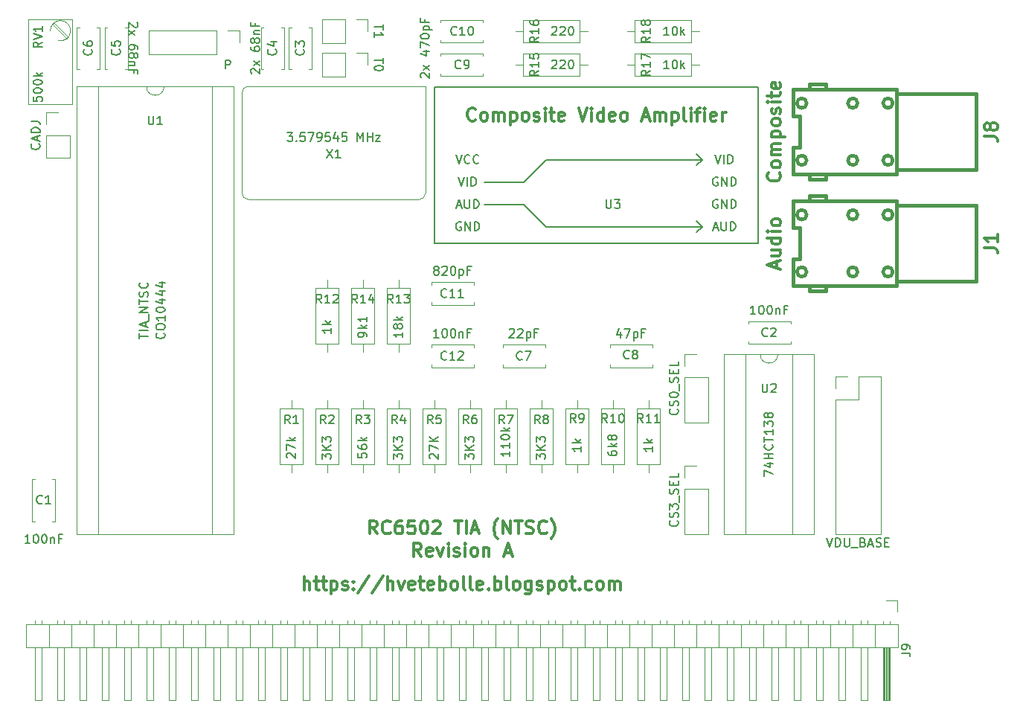
<source format=gto>
G04 #@! TF.FileFunction,Legend,Top*
%FSLAX46Y46*%
G04 Gerber Fmt 4.6, Leading zero omitted, Abs format (unit mm)*
G04 Created by KiCad (PCBNEW 4.0.7) date 02/13/19 15:00:39*
%MOMM*%
%LPD*%
G01*
G04 APERTURE LIST*
%ADD10C,0.100000*%
%ADD11C,0.150000*%
%ADD12C,0.300000*%
%ADD13C,0.120000*%
%ADD14C,0.381000*%
%ADD15C,0.304800*%
G04 APERTURE END LIST*
D10*
D11*
X68302143Y-111180238D02*
X68349762Y-111227857D01*
X68397381Y-111370714D01*
X68397381Y-111465952D01*
X68349762Y-111608810D01*
X68254524Y-111704048D01*
X68159286Y-111751667D01*
X67968810Y-111799286D01*
X67825952Y-111799286D01*
X67635476Y-111751667D01*
X67540238Y-111704048D01*
X67445000Y-111608810D01*
X67397381Y-111465952D01*
X67397381Y-111370714D01*
X67445000Y-111227857D01*
X67492619Y-111180238D01*
X67397381Y-110561191D02*
X67397381Y-110370714D01*
X67445000Y-110275476D01*
X67540238Y-110180238D01*
X67730714Y-110132619D01*
X68064048Y-110132619D01*
X68254524Y-110180238D01*
X68349762Y-110275476D01*
X68397381Y-110370714D01*
X68397381Y-110561191D01*
X68349762Y-110656429D01*
X68254524Y-110751667D01*
X68064048Y-110799286D01*
X67730714Y-110799286D01*
X67540238Y-110751667D01*
X67445000Y-110656429D01*
X67397381Y-110561191D01*
X68397381Y-109180238D02*
X68397381Y-109751667D01*
X68397381Y-109465953D02*
X67397381Y-109465953D01*
X67540238Y-109561191D01*
X67635476Y-109656429D01*
X67683095Y-109751667D01*
X67397381Y-108561191D02*
X67397381Y-108465952D01*
X67445000Y-108370714D01*
X67492619Y-108323095D01*
X67587857Y-108275476D01*
X67778333Y-108227857D01*
X68016429Y-108227857D01*
X68206905Y-108275476D01*
X68302143Y-108323095D01*
X68349762Y-108370714D01*
X68397381Y-108465952D01*
X68397381Y-108561191D01*
X68349762Y-108656429D01*
X68302143Y-108704048D01*
X68206905Y-108751667D01*
X68016429Y-108799286D01*
X67778333Y-108799286D01*
X67587857Y-108751667D01*
X67492619Y-108704048D01*
X67445000Y-108656429D01*
X67397381Y-108561191D01*
X67730714Y-107370714D02*
X68397381Y-107370714D01*
X67349762Y-107608810D02*
X68064048Y-107846905D01*
X68064048Y-107227857D01*
X67730714Y-106418333D02*
X68397381Y-106418333D01*
X67349762Y-106656429D02*
X68064048Y-106894524D01*
X68064048Y-106275476D01*
X67730714Y-105465952D02*
X68397381Y-105465952D01*
X67349762Y-105704048D02*
X68064048Y-105942143D01*
X68064048Y-105323095D01*
D12*
X103760715Y-86895714D02*
X103689286Y-86967143D01*
X103475000Y-87038571D01*
X103332143Y-87038571D01*
X103117858Y-86967143D01*
X102975000Y-86824286D01*
X102903572Y-86681429D01*
X102832143Y-86395714D01*
X102832143Y-86181429D01*
X102903572Y-85895714D01*
X102975000Y-85752857D01*
X103117858Y-85610000D01*
X103332143Y-85538571D01*
X103475000Y-85538571D01*
X103689286Y-85610000D01*
X103760715Y-85681429D01*
X104617858Y-87038571D02*
X104475000Y-86967143D01*
X104403572Y-86895714D01*
X104332143Y-86752857D01*
X104332143Y-86324286D01*
X104403572Y-86181429D01*
X104475000Y-86110000D01*
X104617858Y-86038571D01*
X104832143Y-86038571D01*
X104975000Y-86110000D01*
X105046429Y-86181429D01*
X105117858Y-86324286D01*
X105117858Y-86752857D01*
X105046429Y-86895714D01*
X104975000Y-86967143D01*
X104832143Y-87038571D01*
X104617858Y-87038571D01*
X105760715Y-87038571D02*
X105760715Y-86038571D01*
X105760715Y-86181429D02*
X105832143Y-86110000D01*
X105975001Y-86038571D01*
X106189286Y-86038571D01*
X106332143Y-86110000D01*
X106403572Y-86252857D01*
X106403572Y-87038571D01*
X106403572Y-86252857D02*
X106475001Y-86110000D01*
X106617858Y-86038571D01*
X106832143Y-86038571D01*
X106975001Y-86110000D01*
X107046429Y-86252857D01*
X107046429Y-87038571D01*
X107760715Y-86038571D02*
X107760715Y-87538571D01*
X107760715Y-86110000D02*
X107903572Y-86038571D01*
X108189286Y-86038571D01*
X108332143Y-86110000D01*
X108403572Y-86181429D01*
X108475001Y-86324286D01*
X108475001Y-86752857D01*
X108403572Y-86895714D01*
X108332143Y-86967143D01*
X108189286Y-87038571D01*
X107903572Y-87038571D01*
X107760715Y-86967143D01*
X109332144Y-87038571D02*
X109189286Y-86967143D01*
X109117858Y-86895714D01*
X109046429Y-86752857D01*
X109046429Y-86324286D01*
X109117858Y-86181429D01*
X109189286Y-86110000D01*
X109332144Y-86038571D01*
X109546429Y-86038571D01*
X109689286Y-86110000D01*
X109760715Y-86181429D01*
X109832144Y-86324286D01*
X109832144Y-86752857D01*
X109760715Y-86895714D01*
X109689286Y-86967143D01*
X109546429Y-87038571D01*
X109332144Y-87038571D01*
X110403572Y-86967143D02*
X110546429Y-87038571D01*
X110832144Y-87038571D01*
X110975001Y-86967143D01*
X111046429Y-86824286D01*
X111046429Y-86752857D01*
X110975001Y-86610000D01*
X110832144Y-86538571D01*
X110617858Y-86538571D01*
X110475001Y-86467143D01*
X110403572Y-86324286D01*
X110403572Y-86252857D01*
X110475001Y-86110000D01*
X110617858Y-86038571D01*
X110832144Y-86038571D01*
X110975001Y-86110000D01*
X111689287Y-87038571D02*
X111689287Y-86038571D01*
X111689287Y-85538571D02*
X111617858Y-85610000D01*
X111689287Y-85681429D01*
X111760715Y-85610000D01*
X111689287Y-85538571D01*
X111689287Y-85681429D01*
X112189287Y-86038571D02*
X112760716Y-86038571D01*
X112403573Y-85538571D02*
X112403573Y-86824286D01*
X112475001Y-86967143D01*
X112617859Y-87038571D01*
X112760716Y-87038571D01*
X113832144Y-86967143D02*
X113689287Y-87038571D01*
X113403573Y-87038571D01*
X113260716Y-86967143D01*
X113189287Y-86824286D01*
X113189287Y-86252857D01*
X113260716Y-86110000D01*
X113403573Y-86038571D01*
X113689287Y-86038571D01*
X113832144Y-86110000D01*
X113903573Y-86252857D01*
X113903573Y-86395714D01*
X113189287Y-86538571D01*
X115475001Y-85538571D02*
X115975001Y-87038571D01*
X116475001Y-85538571D01*
X116975001Y-87038571D02*
X116975001Y-86038571D01*
X116975001Y-85538571D02*
X116903572Y-85610000D01*
X116975001Y-85681429D01*
X117046429Y-85610000D01*
X116975001Y-85538571D01*
X116975001Y-85681429D01*
X118332144Y-87038571D02*
X118332144Y-85538571D01*
X118332144Y-86967143D02*
X118189287Y-87038571D01*
X117903573Y-87038571D01*
X117760715Y-86967143D01*
X117689287Y-86895714D01*
X117617858Y-86752857D01*
X117617858Y-86324286D01*
X117689287Y-86181429D01*
X117760715Y-86110000D01*
X117903573Y-86038571D01*
X118189287Y-86038571D01*
X118332144Y-86110000D01*
X119617858Y-86967143D02*
X119475001Y-87038571D01*
X119189287Y-87038571D01*
X119046430Y-86967143D01*
X118975001Y-86824286D01*
X118975001Y-86252857D01*
X119046430Y-86110000D01*
X119189287Y-86038571D01*
X119475001Y-86038571D01*
X119617858Y-86110000D01*
X119689287Y-86252857D01*
X119689287Y-86395714D01*
X118975001Y-86538571D01*
X120546430Y-87038571D02*
X120403572Y-86967143D01*
X120332144Y-86895714D01*
X120260715Y-86752857D01*
X120260715Y-86324286D01*
X120332144Y-86181429D01*
X120403572Y-86110000D01*
X120546430Y-86038571D01*
X120760715Y-86038571D01*
X120903572Y-86110000D01*
X120975001Y-86181429D01*
X121046430Y-86324286D01*
X121046430Y-86752857D01*
X120975001Y-86895714D01*
X120903572Y-86967143D01*
X120760715Y-87038571D01*
X120546430Y-87038571D01*
X122760715Y-86610000D02*
X123475001Y-86610000D01*
X122617858Y-87038571D02*
X123117858Y-85538571D01*
X123617858Y-87038571D01*
X124117858Y-87038571D02*
X124117858Y-86038571D01*
X124117858Y-86181429D02*
X124189286Y-86110000D01*
X124332144Y-86038571D01*
X124546429Y-86038571D01*
X124689286Y-86110000D01*
X124760715Y-86252857D01*
X124760715Y-87038571D01*
X124760715Y-86252857D02*
X124832144Y-86110000D01*
X124975001Y-86038571D01*
X125189286Y-86038571D01*
X125332144Y-86110000D01*
X125403572Y-86252857D01*
X125403572Y-87038571D01*
X126117858Y-86038571D02*
X126117858Y-87538571D01*
X126117858Y-86110000D02*
X126260715Y-86038571D01*
X126546429Y-86038571D01*
X126689286Y-86110000D01*
X126760715Y-86181429D01*
X126832144Y-86324286D01*
X126832144Y-86752857D01*
X126760715Y-86895714D01*
X126689286Y-86967143D01*
X126546429Y-87038571D01*
X126260715Y-87038571D01*
X126117858Y-86967143D01*
X127689287Y-87038571D02*
X127546429Y-86967143D01*
X127475001Y-86824286D01*
X127475001Y-85538571D01*
X128260715Y-87038571D02*
X128260715Y-86038571D01*
X128260715Y-85538571D02*
X128189286Y-85610000D01*
X128260715Y-85681429D01*
X128332143Y-85610000D01*
X128260715Y-85538571D01*
X128260715Y-85681429D01*
X128760715Y-86038571D02*
X129332144Y-86038571D01*
X128975001Y-87038571D02*
X128975001Y-85752857D01*
X129046429Y-85610000D01*
X129189287Y-85538571D01*
X129332144Y-85538571D01*
X129832144Y-87038571D02*
X129832144Y-86038571D01*
X129832144Y-85538571D02*
X129760715Y-85610000D01*
X129832144Y-85681429D01*
X129903572Y-85610000D01*
X129832144Y-85538571D01*
X129832144Y-85681429D01*
X131117858Y-86967143D02*
X130975001Y-87038571D01*
X130689287Y-87038571D01*
X130546430Y-86967143D01*
X130475001Y-86824286D01*
X130475001Y-86252857D01*
X130546430Y-86110000D01*
X130689287Y-86038571D01*
X130975001Y-86038571D01*
X131117858Y-86110000D01*
X131189287Y-86252857D01*
X131189287Y-86395714D01*
X130475001Y-86538571D01*
X131832144Y-87038571D02*
X131832144Y-86038571D01*
X131832144Y-86324286D02*
X131903572Y-86181429D01*
X131975001Y-86110000D01*
X132117858Y-86038571D01*
X132260715Y-86038571D01*
D11*
X93257619Y-79883095D02*
X93257619Y-80454524D01*
X92257619Y-80168809D02*
X93257619Y-80168809D01*
X93257619Y-80978333D02*
X93257619Y-81073572D01*
X93210000Y-81168810D01*
X93162381Y-81216429D01*
X93067143Y-81264048D01*
X92876667Y-81311667D01*
X92638571Y-81311667D01*
X92448095Y-81264048D01*
X92352857Y-81216429D01*
X92305238Y-81168810D01*
X92257619Y-81073572D01*
X92257619Y-80978333D01*
X92305238Y-80883095D01*
X92352857Y-80835476D01*
X92448095Y-80787857D01*
X92638571Y-80740238D01*
X92876667Y-80740238D01*
X93067143Y-80787857D01*
X93162381Y-80835476D01*
X93210000Y-80883095D01*
X93257619Y-80978333D01*
X93257619Y-76073095D02*
X93257619Y-76644524D01*
X92257619Y-76358809D02*
X93257619Y-76358809D01*
X92257619Y-77501667D02*
X92257619Y-76930238D01*
X92257619Y-77215952D02*
X93257619Y-77215952D01*
X93114762Y-77120714D01*
X93019524Y-77025476D01*
X92971905Y-76930238D01*
X65222381Y-75835238D02*
X65270000Y-75882857D01*
X65317619Y-75978095D01*
X65317619Y-76216191D01*
X65270000Y-76311429D01*
X65222381Y-76359048D01*
X65127143Y-76406667D01*
X65031905Y-76406667D01*
X64889048Y-76359048D01*
X64317619Y-75787619D01*
X64317619Y-76406667D01*
X64317619Y-76740000D02*
X64984286Y-77263810D01*
X64984286Y-76740000D02*
X64317619Y-77263810D01*
X65317619Y-78835239D02*
X65317619Y-78644762D01*
X65270000Y-78549524D01*
X65222381Y-78501905D01*
X65079524Y-78406667D01*
X64889048Y-78359048D01*
X64508095Y-78359048D01*
X64412857Y-78406667D01*
X64365238Y-78454286D01*
X64317619Y-78549524D01*
X64317619Y-78740001D01*
X64365238Y-78835239D01*
X64412857Y-78882858D01*
X64508095Y-78930477D01*
X64746190Y-78930477D01*
X64841429Y-78882858D01*
X64889048Y-78835239D01*
X64936667Y-78740001D01*
X64936667Y-78549524D01*
X64889048Y-78454286D01*
X64841429Y-78406667D01*
X64746190Y-78359048D01*
X64889048Y-79501905D02*
X64936667Y-79406667D01*
X64984286Y-79359048D01*
X65079524Y-79311429D01*
X65127143Y-79311429D01*
X65222381Y-79359048D01*
X65270000Y-79406667D01*
X65317619Y-79501905D01*
X65317619Y-79692382D01*
X65270000Y-79787620D01*
X65222381Y-79835239D01*
X65127143Y-79882858D01*
X65079524Y-79882858D01*
X64984286Y-79835239D01*
X64936667Y-79787620D01*
X64889048Y-79692382D01*
X64889048Y-79501905D01*
X64841429Y-79406667D01*
X64793810Y-79359048D01*
X64698571Y-79311429D01*
X64508095Y-79311429D01*
X64412857Y-79359048D01*
X64365238Y-79406667D01*
X64317619Y-79501905D01*
X64317619Y-79692382D01*
X64365238Y-79787620D01*
X64412857Y-79835239D01*
X64508095Y-79882858D01*
X64698571Y-79882858D01*
X64793810Y-79835239D01*
X64841429Y-79787620D01*
X64889048Y-79692382D01*
X64984286Y-80311429D02*
X64317619Y-80311429D01*
X64889048Y-80311429D02*
X64936667Y-80359048D01*
X64984286Y-80454286D01*
X64984286Y-80597144D01*
X64936667Y-80692382D01*
X64841429Y-80740001D01*
X64317619Y-80740001D01*
X64841429Y-81549525D02*
X64841429Y-81216191D01*
X64317619Y-81216191D02*
X65317619Y-81216191D01*
X65317619Y-81692382D01*
X78287619Y-81644762D02*
X78240000Y-81597143D01*
X78192381Y-81501905D01*
X78192381Y-81263809D01*
X78240000Y-81168571D01*
X78287619Y-81120952D01*
X78382857Y-81073333D01*
X78478095Y-81073333D01*
X78620952Y-81120952D01*
X79192381Y-81692381D01*
X79192381Y-81073333D01*
X79192381Y-80740000D02*
X78525714Y-80216190D01*
X78525714Y-80740000D02*
X79192381Y-80216190D01*
X78192381Y-78644761D02*
X78192381Y-78835238D01*
X78240000Y-78930476D01*
X78287619Y-78978095D01*
X78430476Y-79073333D01*
X78620952Y-79120952D01*
X79001905Y-79120952D01*
X79097143Y-79073333D01*
X79144762Y-79025714D01*
X79192381Y-78930476D01*
X79192381Y-78739999D01*
X79144762Y-78644761D01*
X79097143Y-78597142D01*
X79001905Y-78549523D01*
X78763810Y-78549523D01*
X78668571Y-78597142D01*
X78620952Y-78644761D01*
X78573333Y-78739999D01*
X78573333Y-78930476D01*
X78620952Y-79025714D01*
X78668571Y-79073333D01*
X78763810Y-79120952D01*
X78620952Y-77978095D02*
X78573333Y-78073333D01*
X78525714Y-78120952D01*
X78430476Y-78168571D01*
X78382857Y-78168571D01*
X78287619Y-78120952D01*
X78240000Y-78073333D01*
X78192381Y-77978095D01*
X78192381Y-77787618D01*
X78240000Y-77692380D01*
X78287619Y-77644761D01*
X78382857Y-77597142D01*
X78430476Y-77597142D01*
X78525714Y-77644761D01*
X78573333Y-77692380D01*
X78620952Y-77787618D01*
X78620952Y-77978095D01*
X78668571Y-78073333D01*
X78716190Y-78120952D01*
X78811429Y-78168571D01*
X79001905Y-78168571D01*
X79097143Y-78120952D01*
X79144762Y-78073333D01*
X79192381Y-77978095D01*
X79192381Y-77787618D01*
X79144762Y-77692380D01*
X79097143Y-77644761D01*
X79001905Y-77597142D01*
X78811429Y-77597142D01*
X78716190Y-77644761D01*
X78668571Y-77692380D01*
X78620952Y-77787618D01*
X78525714Y-77168571D02*
X79192381Y-77168571D01*
X78620952Y-77168571D02*
X78573333Y-77120952D01*
X78525714Y-77025714D01*
X78525714Y-76882856D01*
X78573333Y-76787618D01*
X78668571Y-76739999D01*
X79192381Y-76739999D01*
X78668571Y-75930475D02*
X78668571Y-76263809D01*
X79192381Y-76263809D02*
X78192381Y-76263809D01*
X78192381Y-75787618D01*
X97591619Y-82120953D02*
X97544000Y-82073334D01*
X97496381Y-81978096D01*
X97496381Y-81740000D01*
X97544000Y-81644762D01*
X97591619Y-81597143D01*
X97686857Y-81549524D01*
X97782095Y-81549524D01*
X97924952Y-81597143D01*
X98496381Y-82168572D01*
X98496381Y-81549524D01*
X98496381Y-81216191D02*
X97829714Y-80692381D01*
X97829714Y-81216191D02*
X98496381Y-80692381D01*
X97829714Y-79120952D02*
X98496381Y-79120952D01*
X97448762Y-79359048D02*
X98163048Y-79597143D01*
X98163048Y-78978095D01*
X97496381Y-78692381D02*
X97496381Y-78025714D01*
X98496381Y-78454286D01*
X97496381Y-77454286D02*
X97496381Y-77359047D01*
X97544000Y-77263809D01*
X97591619Y-77216190D01*
X97686857Y-77168571D01*
X97877333Y-77120952D01*
X98115429Y-77120952D01*
X98305905Y-77168571D01*
X98401143Y-77216190D01*
X98448762Y-77263809D01*
X98496381Y-77359047D01*
X98496381Y-77454286D01*
X98448762Y-77549524D01*
X98401143Y-77597143D01*
X98305905Y-77644762D01*
X98115429Y-77692381D01*
X97877333Y-77692381D01*
X97686857Y-77644762D01*
X97591619Y-77597143D01*
X97544000Y-77549524D01*
X97496381Y-77454286D01*
X97829714Y-76692381D02*
X98829714Y-76692381D01*
X97877333Y-76692381D02*
X97829714Y-76597143D01*
X97829714Y-76406666D01*
X97877333Y-76311428D01*
X97924952Y-76263809D01*
X98020190Y-76216190D01*
X98305905Y-76216190D01*
X98401143Y-76263809D01*
X98448762Y-76311428D01*
X98496381Y-76406666D01*
X98496381Y-76597143D01*
X98448762Y-76692381D01*
X97972571Y-75454285D02*
X97972571Y-75787619D01*
X98496381Y-75787619D02*
X97496381Y-75787619D01*
X97496381Y-75311428D01*
D12*
X92556430Y-134023571D02*
X92056430Y-133309286D01*
X91699287Y-134023571D02*
X91699287Y-132523571D01*
X92270715Y-132523571D01*
X92413573Y-132595000D01*
X92485001Y-132666429D01*
X92556430Y-132809286D01*
X92556430Y-133023571D01*
X92485001Y-133166429D01*
X92413573Y-133237857D01*
X92270715Y-133309286D01*
X91699287Y-133309286D01*
X94056430Y-133880714D02*
X93985001Y-133952143D01*
X93770715Y-134023571D01*
X93627858Y-134023571D01*
X93413573Y-133952143D01*
X93270715Y-133809286D01*
X93199287Y-133666429D01*
X93127858Y-133380714D01*
X93127858Y-133166429D01*
X93199287Y-132880714D01*
X93270715Y-132737857D01*
X93413573Y-132595000D01*
X93627858Y-132523571D01*
X93770715Y-132523571D01*
X93985001Y-132595000D01*
X94056430Y-132666429D01*
X95342144Y-132523571D02*
X95056430Y-132523571D01*
X94913573Y-132595000D01*
X94842144Y-132666429D01*
X94699287Y-132880714D01*
X94627858Y-133166429D01*
X94627858Y-133737857D01*
X94699287Y-133880714D01*
X94770715Y-133952143D01*
X94913573Y-134023571D01*
X95199287Y-134023571D01*
X95342144Y-133952143D01*
X95413573Y-133880714D01*
X95485001Y-133737857D01*
X95485001Y-133380714D01*
X95413573Y-133237857D01*
X95342144Y-133166429D01*
X95199287Y-133095000D01*
X94913573Y-133095000D01*
X94770715Y-133166429D01*
X94699287Y-133237857D01*
X94627858Y-133380714D01*
X96842144Y-132523571D02*
X96127858Y-132523571D01*
X96056429Y-133237857D01*
X96127858Y-133166429D01*
X96270715Y-133095000D01*
X96627858Y-133095000D01*
X96770715Y-133166429D01*
X96842144Y-133237857D01*
X96913572Y-133380714D01*
X96913572Y-133737857D01*
X96842144Y-133880714D01*
X96770715Y-133952143D01*
X96627858Y-134023571D01*
X96270715Y-134023571D01*
X96127858Y-133952143D01*
X96056429Y-133880714D01*
X97842143Y-132523571D02*
X97985000Y-132523571D01*
X98127857Y-132595000D01*
X98199286Y-132666429D01*
X98270715Y-132809286D01*
X98342143Y-133095000D01*
X98342143Y-133452143D01*
X98270715Y-133737857D01*
X98199286Y-133880714D01*
X98127857Y-133952143D01*
X97985000Y-134023571D01*
X97842143Y-134023571D01*
X97699286Y-133952143D01*
X97627857Y-133880714D01*
X97556429Y-133737857D01*
X97485000Y-133452143D01*
X97485000Y-133095000D01*
X97556429Y-132809286D01*
X97627857Y-132666429D01*
X97699286Y-132595000D01*
X97842143Y-132523571D01*
X98913571Y-132666429D02*
X98985000Y-132595000D01*
X99127857Y-132523571D01*
X99485000Y-132523571D01*
X99627857Y-132595000D01*
X99699286Y-132666429D01*
X99770714Y-132809286D01*
X99770714Y-132952143D01*
X99699286Y-133166429D01*
X98842143Y-134023571D01*
X99770714Y-134023571D01*
X101342142Y-132523571D02*
X102199285Y-132523571D01*
X101770714Y-134023571D02*
X101770714Y-132523571D01*
X102699285Y-134023571D02*
X102699285Y-132523571D01*
X103342142Y-133595000D02*
X104056428Y-133595000D01*
X103199285Y-134023571D02*
X103699285Y-132523571D01*
X104199285Y-134023571D01*
X106270713Y-134595000D02*
X106199285Y-134523571D01*
X106056428Y-134309286D01*
X105984999Y-134166429D01*
X105913570Y-133952143D01*
X105842142Y-133595000D01*
X105842142Y-133309286D01*
X105913570Y-132952143D01*
X105984999Y-132737857D01*
X106056428Y-132595000D01*
X106199285Y-132380714D01*
X106270713Y-132309286D01*
X106842142Y-134023571D02*
X106842142Y-132523571D01*
X107699285Y-134023571D01*
X107699285Y-132523571D01*
X108199285Y-132523571D02*
X109056428Y-132523571D01*
X108627857Y-134023571D02*
X108627857Y-132523571D01*
X109484999Y-133952143D02*
X109699285Y-134023571D01*
X110056428Y-134023571D01*
X110199285Y-133952143D01*
X110270714Y-133880714D01*
X110342142Y-133737857D01*
X110342142Y-133595000D01*
X110270714Y-133452143D01*
X110199285Y-133380714D01*
X110056428Y-133309286D01*
X109770714Y-133237857D01*
X109627856Y-133166429D01*
X109556428Y-133095000D01*
X109484999Y-132952143D01*
X109484999Y-132809286D01*
X109556428Y-132666429D01*
X109627856Y-132595000D01*
X109770714Y-132523571D01*
X110127856Y-132523571D01*
X110342142Y-132595000D01*
X111842142Y-133880714D02*
X111770713Y-133952143D01*
X111556427Y-134023571D01*
X111413570Y-134023571D01*
X111199285Y-133952143D01*
X111056427Y-133809286D01*
X110984999Y-133666429D01*
X110913570Y-133380714D01*
X110913570Y-133166429D01*
X110984999Y-132880714D01*
X111056427Y-132737857D01*
X111199285Y-132595000D01*
X111413570Y-132523571D01*
X111556427Y-132523571D01*
X111770713Y-132595000D01*
X111842142Y-132666429D01*
X112342142Y-134595000D02*
X112413570Y-134523571D01*
X112556427Y-134309286D01*
X112627856Y-134166429D01*
X112699285Y-133952143D01*
X112770713Y-133595000D01*
X112770713Y-133309286D01*
X112699285Y-132952143D01*
X112627856Y-132737857D01*
X112556427Y-132595000D01*
X112413570Y-132380714D01*
X112342142Y-132309286D01*
X97592143Y-136573571D02*
X97092143Y-135859286D01*
X96735000Y-136573571D02*
X96735000Y-135073571D01*
X97306428Y-135073571D01*
X97449286Y-135145000D01*
X97520714Y-135216429D01*
X97592143Y-135359286D01*
X97592143Y-135573571D01*
X97520714Y-135716429D01*
X97449286Y-135787857D01*
X97306428Y-135859286D01*
X96735000Y-135859286D01*
X98806428Y-136502143D02*
X98663571Y-136573571D01*
X98377857Y-136573571D01*
X98235000Y-136502143D01*
X98163571Y-136359286D01*
X98163571Y-135787857D01*
X98235000Y-135645000D01*
X98377857Y-135573571D01*
X98663571Y-135573571D01*
X98806428Y-135645000D01*
X98877857Y-135787857D01*
X98877857Y-135930714D01*
X98163571Y-136073571D01*
X99377857Y-135573571D02*
X99735000Y-136573571D01*
X100092142Y-135573571D01*
X100663571Y-136573571D02*
X100663571Y-135573571D01*
X100663571Y-135073571D02*
X100592142Y-135145000D01*
X100663571Y-135216429D01*
X100734999Y-135145000D01*
X100663571Y-135073571D01*
X100663571Y-135216429D01*
X101306428Y-136502143D02*
X101449285Y-136573571D01*
X101735000Y-136573571D01*
X101877857Y-136502143D01*
X101949285Y-136359286D01*
X101949285Y-136287857D01*
X101877857Y-136145000D01*
X101735000Y-136073571D01*
X101520714Y-136073571D01*
X101377857Y-136002143D01*
X101306428Y-135859286D01*
X101306428Y-135787857D01*
X101377857Y-135645000D01*
X101520714Y-135573571D01*
X101735000Y-135573571D01*
X101877857Y-135645000D01*
X102592143Y-136573571D02*
X102592143Y-135573571D01*
X102592143Y-135073571D02*
X102520714Y-135145000D01*
X102592143Y-135216429D01*
X102663571Y-135145000D01*
X102592143Y-135073571D01*
X102592143Y-135216429D01*
X103520715Y-136573571D02*
X103377857Y-136502143D01*
X103306429Y-136430714D01*
X103235000Y-136287857D01*
X103235000Y-135859286D01*
X103306429Y-135716429D01*
X103377857Y-135645000D01*
X103520715Y-135573571D01*
X103735000Y-135573571D01*
X103877857Y-135645000D01*
X103949286Y-135716429D01*
X104020715Y-135859286D01*
X104020715Y-136287857D01*
X103949286Y-136430714D01*
X103877857Y-136502143D01*
X103735000Y-136573571D01*
X103520715Y-136573571D01*
X104663572Y-135573571D02*
X104663572Y-136573571D01*
X104663572Y-135716429D02*
X104735000Y-135645000D01*
X104877858Y-135573571D01*
X105092143Y-135573571D01*
X105235000Y-135645000D01*
X105306429Y-135787857D01*
X105306429Y-136573571D01*
X107092143Y-136145000D02*
X107806429Y-136145000D01*
X106949286Y-136573571D02*
X107449286Y-135073571D01*
X107949286Y-136573571D01*
X84234999Y-140378571D02*
X84234999Y-138878571D01*
X84877856Y-140378571D02*
X84877856Y-139592857D01*
X84806427Y-139450000D01*
X84663570Y-139378571D01*
X84449285Y-139378571D01*
X84306427Y-139450000D01*
X84234999Y-139521429D01*
X85377856Y-139378571D02*
X85949285Y-139378571D01*
X85592142Y-138878571D02*
X85592142Y-140164286D01*
X85663570Y-140307143D01*
X85806428Y-140378571D01*
X85949285Y-140378571D01*
X86234999Y-139378571D02*
X86806428Y-139378571D01*
X86449285Y-138878571D02*
X86449285Y-140164286D01*
X86520713Y-140307143D01*
X86663571Y-140378571D01*
X86806428Y-140378571D01*
X87306428Y-139378571D02*
X87306428Y-140878571D01*
X87306428Y-139450000D02*
X87449285Y-139378571D01*
X87734999Y-139378571D01*
X87877856Y-139450000D01*
X87949285Y-139521429D01*
X88020714Y-139664286D01*
X88020714Y-140092857D01*
X87949285Y-140235714D01*
X87877856Y-140307143D01*
X87734999Y-140378571D01*
X87449285Y-140378571D01*
X87306428Y-140307143D01*
X88592142Y-140307143D02*
X88734999Y-140378571D01*
X89020714Y-140378571D01*
X89163571Y-140307143D01*
X89234999Y-140164286D01*
X89234999Y-140092857D01*
X89163571Y-139950000D01*
X89020714Y-139878571D01*
X88806428Y-139878571D01*
X88663571Y-139807143D01*
X88592142Y-139664286D01*
X88592142Y-139592857D01*
X88663571Y-139450000D01*
X88806428Y-139378571D01*
X89020714Y-139378571D01*
X89163571Y-139450000D01*
X89877857Y-140235714D02*
X89949285Y-140307143D01*
X89877857Y-140378571D01*
X89806428Y-140307143D01*
X89877857Y-140235714D01*
X89877857Y-140378571D01*
X89877857Y-139450000D02*
X89949285Y-139521429D01*
X89877857Y-139592857D01*
X89806428Y-139521429D01*
X89877857Y-139450000D01*
X89877857Y-139592857D01*
X91663571Y-138807143D02*
X90377857Y-140735714D01*
X93235000Y-138807143D02*
X91949286Y-140735714D01*
X93735001Y-140378571D02*
X93735001Y-138878571D01*
X94377858Y-140378571D02*
X94377858Y-139592857D01*
X94306429Y-139450000D01*
X94163572Y-139378571D01*
X93949287Y-139378571D01*
X93806429Y-139450000D01*
X93735001Y-139521429D01*
X94949287Y-139378571D02*
X95306430Y-140378571D01*
X95663572Y-139378571D01*
X96806429Y-140307143D02*
X96663572Y-140378571D01*
X96377858Y-140378571D01*
X96235001Y-140307143D01*
X96163572Y-140164286D01*
X96163572Y-139592857D01*
X96235001Y-139450000D01*
X96377858Y-139378571D01*
X96663572Y-139378571D01*
X96806429Y-139450000D01*
X96877858Y-139592857D01*
X96877858Y-139735714D01*
X96163572Y-139878571D01*
X97306429Y-139378571D02*
X97877858Y-139378571D01*
X97520715Y-138878571D02*
X97520715Y-140164286D01*
X97592143Y-140307143D01*
X97735001Y-140378571D01*
X97877858Y-140378571D01*
X98949286Y-140307143D02*
X98806429Y-140378571D01*
X98520715Y-140378571D01*
X98377858Y-140307143D01*
X98306429Y-140164286D01*
X98306429Y-139592857D01*
X98377858Y-139450000D01*
X98520715Y-139378571D01*
X98806429Y-139378571D01*
X98949286Y-139450000D01*
X99020715Y-139592857D01*
X99020715Y-139735714D01*
X98306429Y-139878571D01*
X99663572Y-140378571D02*
X99663572Y-138878571D01*
X99663572Y-139450000D02*
X99806429Y-139378571D01*
X100092143Y-139378571D01*
X100235000Y-139450000D01*
X100306429Y-139521429D01*
X100377858Y-139664286D01*
X100377858Y-140092857D01*
X100306429Y-140235714D01*
X100235000Y-140307143D01*
X100092143Y-140378571D01*
X99806429Y-140378571D01*
X99663572Y-140307143D01*
X101235001Y-140378571D02*
X101092143Y-140307143D01*
X101020715Y-140235714D01*
X100949286Y-140092857D01*
X100949286Y-139664286D01*
X101020715Y-139521429D01*
X101092143Y-139450000D01*
X101235001Y-139378571D01*
X101449286Y-139378571D01*
X101592143Y-139450000D01*
X101663572Y-139521429D01*
X101735001Y-139664286D01*
X101735001Y-140092857D01*
X101663572Y-140235714D01*
X101592143Y-140307143D01*
X101449286Y-140378571D01*
X101235001Y-140378571D01*
X102592144Y-140378571D02*
X102449286Y-140307143D01*
X102377858Y-140164286D01*
X102377858Y-138878571D01*
X103377858Y-140378571D02*
X103235000Y-140307143D01*
X103163572Y-140164286D01*
X103163572Y-138878571D01*
X104520714Y-140307143D02*
X104377857Y-140378571D01*
X104092143Y-140378571D01*
X103949286Y-140307143D01*
X103877857Y-140164286D01*
X103877857Y-139592857D01*
X103949286Y-139450000D01*
X104092143Y-139378571D01*
X104377857Y-139378571D01*
X104520714Y-139450000D01*
X104592143Y-139592857D01*
X104592143Y-139735714D01*
X103877857Y-139878571D01*
X105235000Y-140235714D02*
X105306428Y-140307143D01*
X105235000Y-140378571D01*
X105163571Y-140307143D01*
X105235000Y-140235714D01*
X105235000Y-140378571D01*
X105949286Y-140378571D02*
X105949286Y-138878571D01*
X105949286Y-139450000D02*
X106092143Y-139378571D01*
X106377857Y-139378571D01*
X106520714Y-139450000D01*
X106592143Y-139521429D01*
X106663572Y-139664286D01*
X106663572Y-140092857D01*
X106592143Y-140235714D01*
X106520714Y-140307143D01*
X106377857Y-140378571D01*
X106092143Y-140378571D01*
X105949286Y-140307143D01*
X107520715Y-140378571D02*
X107377857Y-140307143D01*
X107306429Y-140164286D01*
X107306429Y-138878571D01*
X108306429Y-140378571D02*
X108163571Y-140307143D01*
X108092143Y-140235714D01*
X108020714Y-140092857D01*
X108020714Y-139664286D01*
X108092143Y-139521429D01*
X108163571Y-139450000D01*
X108306429Y-139378571D01*
X108520714Y-139378571D01*
X108663571Y-139450000D01*
X108735000Y-139521429D01*
X108806429Y-139664286D01*
X108806429Y-140092857D01*
X108735000Y-140235714D01*
X108663571Y-140307143D01*
X108520714Y-140378571D01*
X108306429Y-140378571D01*
X110092143Y-139378571D02*
X110092143Y-140592857D01*
X110020714Y-140735714D01*
X109949286Y-140807143D01*
X109806429Y-140878571D01*
X109592143Y-140878571D01*
X109449286Y-140807143D01*
X110092143Y-140307143D02*
X109949286Y-140378571D01*
X109663572Y-140378571D01*
X109520714Y-140307143D01*
X109449286Y-140235714D01*
X109377857Y-140092857D01*
X109377857Y-139664286D01*
X109449286Y-139521429D01*
X109520714Y-139450000D01*
X109663572Y-139378571D01*
X109949286Y-139378571D01*
X110092143Y-139450000D01*
X110735000Y-140307143D02*
X110877857Y-140378571D01*
X111163572Y-140378571D01*
X111306429Y-140307143D01*
X111377857Y-140164286D01*
X111377857Y-140092857D01*
X111306429Y-139950000D01*
X111163572Y-139878571D01*
X110949286Y-139878571D01*
X110806429Y-139807143D01*
X110735000Y-139664286D01*
X110735000Y-139592857D01*
X110806429Y-139450000D01*
X110949286Y-139378571D01*
X111163572Y-139378571D01*
X111306429Y-139450000D01*
X112020715Y-139378571D02*
X112020715Y-140878571D01*
X112020715Y-139450000D02*
X112163572Y-139378571D01*
X112449286Y-139378571D01*
X112592143Y-139450000D01*
X112663572Y-139521429D01*
X112735001Y-139664286D01*
X112735001Y-140092857D01*
X112663572Y-140235714D01*
X112592143Y-140307143D01*
X112449286Y-140378571D01*
X112163572Y-140378571D01*
X112020715Y-140307143D01*
X113592144Y-140378571D02*
X113449286Y-140307143D01*
X113377858Y-140235714D01*
X113306429Y-140092857D01*
X113306429Y-139664286D01*
X113377858Y-139521429D01*
X113449286Y-139450000D01*
X113592144Y-139378571D01*
X113806429Y-139378571D01*
X113949286Y-139450000D01*
X114020715Y-139521429D01*
X114092144Y-139664286D01*
X114092144Y-140092857D01*
X114020715Y-140235714D01*
X113949286Y-140307143D01*
X113806429Y-140378571D01*
X113592144Y-140378571D01*
X114520715Y-139378571D02*
X115092144Y-139378571D01*
X114735001Y-138878571D02*
X114735001Y-140164286D01*
X114806429Y-140307143D01*
X114949287Y-140378571D01*
X115092144Y-140378571D01*
X115592144Y-140235714D02*
X115663572Y-140307143D01*
X115592144Y-140378571D01*
X115520715Y-140307143D01*
X115592144Y-140235714D01*
X115592144Y-140378571D01*
X116949287Y-140307143D02*
X116806430Y-140378571D01*
X116520716Y-140378571D01*
X116377858Y-140307143D01*
X116306430Y-140235714D01*
X116235001Y-140092857D01*
X116235001Y-139664286D01*
X116306430Y-139521429D01*
X116377858Y-139450000D01*
X116520716Y-139378571D01*
X116806430Y-139378571D01*
X116949287Y-139450000D01*
X117806430Y-140378571D02*
X117663572Y-140307143D01*
X117592144Y-140235714D01*
X117520715Y-140092857D01*
X117520715Y-139664286D01*
X117592144Y-139521429D01*
X117663572Y-139450000D01*
X117806430Y-139378571D01*
X118020715Y-139378571D01*
X118163572Y-139450000D01*
X118235001Y-139521429D01*
X118306430Y-139664286D01*
X118306430Y-140092857D01*
X118235001Y-140235714D01*
X118163572Y-140307143D01*
X118020715Y-140378571D01*
X117806430Y-140378571D01*
X118949287Y-140378571D02*
X118949287Y-139378571D01*
X118949287Y-139521429D02*
X119020715Y-139450000D01*
X119163573Y-139378571D01*
X119377858Y-139378571D01*
X119520715Y-139450000D01*
X119592144Y-139592857D01*
X119592144Y-140378571D01*
X119592144Y-139592857D02*
X119663573Y-139450000D01*
X119806430Y-139378571D01*
X120020715Y-139378571D01*
X120163573Y-139450000D01*
X120235001Y-139592857D01*
X120235001Y-140378571D01*
D13*
X53300000Y-132625000D02*
X53300000Y-127805000D01*
X55920000Y-132625000D02*
X55920000Y-127805000D01*
X53300000Y-132625000D02*
X53614000Y-132625000D01*
X55606000Y-132625000D02*
X55920000Y-132625000D01*
X53300000Y-127805000D02*
X53614000Y-127805000D01*
X55606000Y-127805000D02*
X55920000Y-127805000D01*
X139610000Y-112435000D02*
X134790000Y-112435000D01*
X139610000Y-109815000D02*
X134790000Y-109815000D01*
X139610000Y-112435000D02*
X139610000Y-112121000D01*
X139610000Y-110129000D02*
X139610000Y-109815000D01*
X134790000Y-112435000D02*
X134790000Y-112121000D01*
X134790000Y-110129000D02*
X134790000Y-109815000D01*
X138160000Y-113605000D02*
G75*
G02X136160000Y-113605000I-1000000J0D01*
G01*
X136160000Y-113605000D02*
X134510000Y-113605000D01*
X134510000Y-113605000D02*
X134510000Y-134045000D01*
X134510000Y-134045000D02*
X139810000Y-134045000D01*
X139810000Y-134045000D02*
X139810000Y-113605000D01*
X139810000Y-113605000D02*
X138160000Y-113605000D01*
X132020000Y-113545000D02*
X132020000Y-134105000D01*
X132020000Y-134105000D02*
X142300000Y-134105000D01*
X142300000Y-134105000D02*
X142300000Y-113545000D01*
X142300000Y-113545000D02*
X132020000Y-113545000D01*
X98080000Y-95235000D02*
X98080000Y-83085000D01*
X77930000Y-95985000D02*
X97330000Y-95985000D01*
X77180000Y-83835000D02*
X77180000Y-95235000D01*
X98080000Y-83085000D02*
X77930000Y-83085000D01*
X77930000Y-83085000D02*
G75*
G03X77180000Y-83835000I0J-750000D01*
G01*
X77180000Y-95235000D02*
G75*
G03X77930000Y-95985000I750000J0D01*
G01*
X97330000Y-95985000D02*
G75*
G03X98080000Y-95235000I0J750000D01*
G01*
D11*
X135890000Y-85090000D02*
X135890000Y-83185000D01*
X135890000Y-83185000D02*
X99060000Y-83185000D01*
X99060000Y-83185000D02*
X99060000Y-85090000D01*
X102870000Y-100965000D02*
X99060000Y-100965000D01*
X99060000Y-100965000D02*
X99060000Y-85090000D01*
X104775000Y-96520000D02*
X108585000Y-96520000D01*
X108585000Y-93980000D02*
X104775000Y-93980000D01*
X102870000Y-100965000D02*
X135890000Y-100965000D01*
X135890000Y-100965000D02*
X135890000Y-100330000D01*
X135890000Y-100330000D02*
X135890000Y-85090000D01*
X108585000Y-96520000D02*
X109220000Y-96520000D01*
X109220000Y-93980000D02*
X108585000Y-93980000D01*
X109220000Y-96520000D02*
X111760000Y-99060000D01*
X111760000Y-99060000D02*
X119380000Y-99060000D01*
X109220000Y-93980000D02*
X111760000Y-91440000D01*
X111760000Y-91440000D02*
X119380000Y-91440000D01*
X129540000Y-99060000D02*
X128905000Y-99695000D01*
X129540000Y-99060000D02*
X128905000Y-98425000D01*
X129540000Y-91440000D02*
X128905000Y-92075000D01*
X129540000Y-91440000D02*
X128905000Y-90805000D01*
X129540000Y-99060000D02*
X128270000Y-99060000D01*
X119380000Y-99060000D02*
X129540000Y-99060000D01*
X129540000Y-91440000D02*
X119380000Y-91440000D01*
D13*
X144720000Y-134045000D02*
X149920000Y-134045000D01*
X144720000Y-118745000D02*
X144720000Y-134045000D01*
X149920000Y-116145000D02*
X149920000Y-134045000D01*
X144720000Y-118745000D02*
X147320000Y-118745000D01*
X147320000Y-118745000D02*
X147320000Y-116145000D01*
X147320000Y-116145000D02*
X149920000Y-116145000D01*
X144720000Y-117475000D02*
X144720000Y-116145000D01*
X144720000Y-116145000D02*
X146050000Y-116145000D01*
X82510000Y-81190000D02*
X82510000Y-76370000D01*
X85130000Y-81190000D02*
X85130000Y-76370000D01*
X82510000Y-81190000D02*
X82824000Y-81190000D01*
X84816000Y-81190000D02*
X85130000Y-81190000D01*
X82510000Y-76370000D02*
X82824000Y-76370000D01*
X84816000Y-76370000D02*
X85130000Y-76370000D01*
X79335000Y-81190000D02*
X79335000Y-76370000D01*
X81955000Y-81190000D02*
X81955000Y-76370000D01*
X79335000Y-81190000D02*
X79649000Y-81190000D01*
X81641000Y-81190000D02*
X81955000Y-81190000D01*
X79335000Y-76370000D02*
X79649000Y-76370000D01*
X81641000Y-76370000D02*
X81955000Y-76370000D01*
X61555000Y-81190000D02*
X61555000Y-76370000D01*
X64175000Y-81190000D02*
X64175000Y-76370000D01*
X61555000Y-81190000D02*
X61869000Y-81190000D01*
X63861000Y-81190000D02*
X64175000Y-81190000D01*
X61555000Y-76370000D02*
X61869000Y-76370000D01*
X63861000Y-76370000D02*
X64175000Y-76370000D01*
X58380000Y-81190000D02*
X58380000Y-76370000D01*
X61000000Y-81190000D02*
X61000000Y-76370000D01*
X58380000Y-81190000D02*
X58694000Y-81190000D01*
X60686000Y-81190000D02*
X61000000Y-81190000D01*
X58380000Y-76370000D02*
X58694000Y-76370000D01*
X60686000Y-76370000D02*
X61000000Y-76370000D01*
X111670000Y-115102000D02*
X106850000Y-115102000D01*
X111670000Y-112482000D02*
X106850000Y-112482000D01*
X111670000Y-115102000D02*
X111670000Y-114788000D01*
X111670000Y-112796000D02*
X111670000Y-112482000D01*
X106850000Y-115102000D02*
X106850000Y-114788000D01*
X106850000Y-112796000D02*
X106850000Y-112482000D01*
X123862000Y-115102000D02*
X119042000Y-115102000D01*
X123862000Y-112482000D02*
X119042000Y-112482000D01*
X123862000Y-115102000D02*
X123862000Y-114788000D01*
X123862000Y-112796000D02*
X123862000Y-112482000D01*
X119042000Y-115102000D02*
X119042000Y-114788000D01*
X119042000Y-112796000D02*
X119042000Y-112482000D01*
X99785000Y-79335000D02*
X104605000Y-79335000D01*
X99785000Y-81955000D02*
X104605000Y-81955000D01*
X99785000Y-79335000D02*
X99785000Y-79649000D01*
X99785000Y-81641000D02*
X99785000Y-81955000D01*
X104605000Y-79335000D02*
X104605000Y-79649000D01*
X104605000Y-81641000D02*
X104605000Y-81955000D01*
X99785000Y-75525000D02*
X104605000Y-75525000D01*
X99785000Y-78145000D02*
X104605000Y-78145000D01*
X99785000Y-75525000D02*
X99785000Y-75839000D01*
X99785000Y-77831000D02*
X99785000Y-78145000D01*
X104605000Y-75525000D02*
X104605000Y-75839000D01*
X104605000Y-77831000D02*
X104605000Y-78145000D01*
X103542000Y-107990000D02*
X98722000Y-107990000D01*
X103542000Y-105370000D02*
X98722000Y-105370000D01*
X103542000Y-107990000D02*
X103542000Y-107676000D01*
X103542000Y-105684000D02*
X103542000Y-105370000D01*
X98722000Y-107990000D02*
X98722000Y-107676000D01*
X98722000Y-105684000D02*
X98722000Y-105370000D01*
X103542000Y-115102000D02*
X98722000Y-115102000D01*
X103542000Y-112482000D02*
X98722000Y-112482000D01*
X103542000Y-115102000D02*
X103542000Y-114788000D01*
X103542000Y-112796000D02*
X103542000Y-112482000D01*
X98722000Y-115102000D02*
X98722000Y-114788000D01*
X98722000Y-112796000D02*
X98722000Y-112482000D01*
D14*
X141434820Y-104216200D02*
G75*
G03X141434820Y-104216200I-548640J0D01*
G01*
X141439696Y-97713800D02*
G75*
G03X141439696Y-97713800I-553516J0D01*
G01*
X151238789Y-97713800D02*
G75*
G03X151238789Y-97713800I-553289J0D01*
G01*
X151236487Y-104216200D02*
G75*
G03X151236487Y-104216200I-550987J0D01*
G01*
X147233640Y-104216200D02*
G75*
G03X147233640Y-104216200I-548640J0D01*
G01*
X147238516Y-97713800D02*
G75*
G03X147238516Y-97713800I-553516J0D01*
G01*
X151686260Y-105265220D02*
X160685480Y-105265220D01*
X160685480Y-105265220D02*
X160685480Y-96664780D01*
X160685480Y-96664780D02*
X151686260Y-96664780D01*
X141785340Y-96164400D02*
X141785340Y-95564960D01*
X141785340Y-95564960D02*
X143586200Y-95564960D01*
X143586200Y-95564960D02*
X143586200Y-96164400D01*
X141785340Y-106365040D02*
X141785340Y-105765600D01*
X143586200Y-105765600D02*
X143586200Y-106365040D01*
X143586200Y-106365040D02*
X141785340Y-106365040D01*
X139885420Y-105765600D02*
X139885420Y-102765860D01*
X139885420Y-102765860D02*
X140685520Y-102765860D01*
X140685520Y-102765860D02*
X140685520Y-99164140D01*
X140685520Y-99164140D02*
X139885420Y-99164140D01*
X139885420Y-99164140D02*
X139885420Y-96164400D01*
X151686260Y-96164400D02*
X151686260Y-105765600D01*
X151683720Y-105765600D02*
X139882880Y-105765600D01*
X139885420Y-96164400D02*
X151686260Y-96164400D01*
X141434820Y-91516200D02*
G75*
G03X141434820Y-91516200I-548640J0D01*
G01*
X141439696Y-85013800D02*
G75*
G03X141439696Y-85013800I-553516J0D01*
G01*
X151238789Y-85013800D02*
G75*
G03X151238789Y-85013800I-553289J0D01*
G01*
X151236487Y-91516200D02*
G75*
G03X151236487Y-91516200I-550987J0D01*
G01*
X147233640Y-91516200D02*
G75*
G03X147233640Y-91516200I-548640J0D01*
G01*
X147238516Y-85013800D02*
G75*
G03X147238516Y-85013800I-553516J0D01*
G01*
X151686260Y-92565220D02*
X160685480Y-92565220D01*
X160685480Y-92565220D02*
X160685480Y-83964780D01*
X160685480Y-83964780D02*
X151686260Y-83964780D01*
X141785340Y-83464400D02*
X141785340Y-82864960D01*
X141785340Y-82864960D02*
X143586200Y-82864960D01*
X143586200Y-82864960D02*
X143586200Y-83464400D01*
X141785340Y-93665040D02*
X141785340Y-93065600D01*
X143586200Y-93065600D02*
X143586200Y-93665040D01*
X143586200Y-93665040D02*
X141785340Y-93665040D01*
X139885420Y-93065600D02*
X139885420Y-90065860D01*
X139885420Y-90065860D02*
X140685520Y-90065860D01*
X140685520Y-90065860D02*
X140685520Y-86464140D01*
X140685520Y-86464140D02*
X139885420Y-86464140D01*
X139885420Y-86464140D02*
X139885420Y-83464400D01*
X151686260Y-83464400D02*
X151686260Y-93065600D01*
X151683720Y-93065600D02*
X139882880Y-93065600D01*
X139885420Y-83464400D02*
X151686260Y-83464400D01*
D13*
X151825000Y-144315000D02*
X52645000Y-144315000D01*
X52645000Y-144315000D02*
X52645000Y-146975000D01*
X52645000Y-146975000D02*
X151825000Y-146975000D01*
X151825000Y-146975000D02*
X151825000Y-144315000D01*
X150875000Y-146975000D02*
X150875000Y-152975000D01*
X150875000Y-152975000D02*
X150115000Y-152975000D01*
X150115000Y-152975000D02*
X150115000Y-146975000D01*
X150815000Y-146975000D02*
X150815000Y-152975000D01*
X150695000Y-146975000D02*
X150695000Y-152975000D01*
X150575000Y-146975000D02*
X150575000Y-152975000D01*
X150455000Y-146975000D02*
X150455000Y-152975000D01*
X150335000Y-146975000D02*
X150335000Y-152975000D01*
X150215000Y-146975000D02*
X150215000Y-152975000D01*
X150875000Y-143985000D02*
X150875000Y-144315000D01*
X150115000Y-143985000D02*
X150115000Y-144315000D01*
X149225000Y-144315000D02*
X149225000Y-146975000D01*
X148335000Y-146975000D02*
X148335000Y-152975000D01*
X148335000Y-152975000D02*
X147575000Y-152975000D01*
X147575000Y-152975000D02*
X147575000Y-146975000D01*
X148335000Y-143917929D02*
X148335000Y-144315000D01*
X147575000Y-143917929D02*
X147575000Y-144315000D01*
X146685000Y-144315000D02*
X146685000Y-146975000D01*
X145795000Y-146975000D02*
X145795000Y-152975000D01*
X145795000Y-152975000D02*
X145035000Y-152975000D01*
X145035000Y-152975000D02*
X145035000Y-146975000D01*
X145795000Y-143917929D02*
X145795000Y-144315000D01*
X145035000Y-143917929D02*
X145035000Y-144315000D01*
X144145000Y-144315000D02*
X144145000Y-146975000D01*
X143255000Y-146975000D02*
X143255000Y-152975000D01*
X143255000Y-152975000D02*
X142495000Y-152975000D01*
X142495000Y-152975000D02*
X142495000Y-146975000D01*
X143255000Y-143917929D02*
X143255000Y-144315000D01*
X142495000Y-143917929D02*
X142495000Y-144315000D01*
X141605000Y-144315000D02*
X141605000Y-146975000D01*
X140715000Y-146975000D02*
X140715000Y-152975000D01*
X140715000Y-152975000D02*
X139955000Y-152975000D01*
X139955000Y-152975000D02*
X139955000Y-146975000D01*
X140715000Y-143917929D02*
X140715000Y-144315000D01*
X139955000Y-143917929D02*
X139955000Y-144315000D01*
X139065000Y-144315000D02*
X139065000Y-146975000D01*
X138175000Y-146975000D02*
X138175000Y-152975000D01*
X138175000Y-152975000D02*
X137415000Y-152975000D01*
X137415000Y-152975000D02*
X137415000Y-146975000D01*
X138175000Y-143917929D02*
X138175000Y-144315000D01*
X137415000Y-143917929D02*
X137415000Y-144315000D01*
X136525000Y-144315000D02*
X136525000Y-146975000D01*
X135635000Y-146975000D02*
X135635000Y-152975000D01*
X135635000Y-152975000D02*
X134875000Y-152975000D01*
X134875000Y-152975000D02*
X134875000Y-146975000D01*
X135635000Y-143917929D02*
X135635000Y-144315000D01*
X134875000Y-143917929D02*
X134875000Y-144315000D01*
X133985000Y-144315000D02*
X133985000Y-146975000D01*
X133095000Y-146975000D02*
X133095000Y-152975000D01*
X133095000Y-152975000D02*
X132335000Y-152975000D01*
X132335000Y-152975000D02*
X132335000Y-146975000D01*
X133095000Y-143917929D02*
X133095000Y-144315000D01*
X132335000Y-143917929D02*
X132335000Y-144315000D01*
X131445000Y-144315000D02*
X131445000Y-146975000D01*
X130555000Y-146975000D02*
X130555000Y-152975000D01*
X130555000Y-152975000D02*
X129795000Y-152975000D01*
X129795000Y-152975000D02*
X129795000Y-146975000D01*
X130555000Y-143917929D02*
X130555000Y-144315000D01*
X129795000Y-143917929D02*
X129795000Y-144315000D01*
X128905000Y-144315000D02*
X128905000Y-146975000D01*
X128015000Y-146975000D02*
X128015000Y-152975000D01*
X128015000Y-152975000D02*
X127255000Y-152975000D01*
X127255000Y-152975000D02*
X127255000Y-146975000D01*
X128015000Y-143917929D02*
X128015000Y-144315000D01*
X127255000Y-143917929D02*
X127255000Y-144315000D01*
X126365000Y-144315000D02*
X126365000Y-146975000D01*
X125475000Y-146975000D02*
X125475000Y-152975000D01*
X125475000Y-152975000D02*
X124715000Y-152975000D01*
X124715000Y-152975000D02*
X124715000Y-146975000D01*
X125475000Y-143917929D02*
X125475000Y-144315000D01*
X124715000Y-143917929D02*
X124715000Y-144315000D01*
X123825000Y-144315000D02*
X123825000Y-146975000D01*
X122935000Y-146975000D02*
X122935000Y-152975000D01*
X122935000Y-152975000D02*
X122175000Y-152975000D01*
X122175000Y-152975000D02*
X122175000Y-146975000D01*
X122935000Y-143917929D02*
X122935000Y-144315000D01*
X122175000Y-143917929D02*
X122175000Y-144315000D01*
X121285000Y-144315000D02*
X121285000Y-146975000D01*
X120395000Y-146975000D02*
X120395000Y-152975000D01*
X120395000Y-152975000D02*
X119635000Y-152975000D01*
X119635000Y-152975000D02*
X119635000Y-146975000D01*
X120395000Y-143917929D02*
X120395000Y-144315000D01*
X119635000Y-143917929D02*
X119635000Y-144315000D01*
X118745000Y-144315000D02*
X118745000Y-146975000D01*
X117855000Y-146975000D02*
X117855000Y-152975000D01*
X117855000Y-152975000D02*
X117095000Y-152975000D01*
X117095000Y-152975000D02*
X117095000Y-146975000D01*
X117855000Y-143917929D02*
X117855000Y-144315000D01*
X117095000Y-143917929D02*
X117095000Y-144315000D01*
X116205000Y-144315000D02*
X116205000Y-146975000D01*
X115315000Y-146975000D02*
X115315000Y-152975000D01*
X115315000Y-152975000D02*
X114555000Y-152975000D01*
X114555000Y-152975000D02*
X114555000Y-146975000D01*
X115315000Y-143917929D02*
X115315000Y-144315000D01*
X114555000Y-143917929D02*
X114555000Y-144315000D01*
X113665000Y-144315000D02*
X113665000Y-146975000D01*
X112775000Y-146975000D02*
X112775000Y-152975000D01*
X112775000Y-152975000D02*
X112015000Y-152975000D01*
X112015000Y-152975000D02*
X112015000Y-146975000D01*
X112775000Y-143917929D02*
X112775000Y-144315000D01*
X112015000Y-143917929D02*
X112015000Y-144315000D01*
X111125000Y-144315000D02*
X111125000Y-146975000D01*
X110235000Y-146975000D02*
X110235000Y-152975000D01*
X110235000Y-152975000D02*
X109475000Y-152975000D01*
X109475000Y-152975000D02*
X109475000Y-146975000D01*
X110235000Y-143917929D02*
X110235000Y-144315000D01*
X109475000Y-143917929D02*
X109475000Y-144315000D01*
X108585000Y-144315000D02*
X108585000Y-146975000D01*
X107695000Y-146975000D02*
X107695000Y-152975000D01*
X107695000Y-152975000D02*
X106935000Y-152975000D01*
X106935000Y-152975000D02*
X106935000Y-146975000D01*
X107695000Y-143917929D02*
X107695000Y-144315000D01*
X106935000Y-143917929D02*
X106935000Y-144315000D01*
X106045000Y-144315000D02*
X106045000Y-146975000D01*
X105155000Y-146975000D02*
X105155000Y-152975000D01*
X105155000Y-152975000D02*
X104395000Y-152975000D01*
X104395000Y-152975000D02*
X104395000Y-146975000D01*
X105155000Y-143917929D02*
X105155000Y-144315000D01*
X104395000Y-143917929D02*
X104395000Y-144315000D01*
X103505000Y-144315000D02*
X103505000Y-146975000D01*
X102615000Y-146975000D02*
X102615000Y-152975000D01*
X102615000Y-152975000D02*
X101855000Y-152975000D01*
X101855000Y-152975000D02*
X101855000Y-146975000D01*
X102615000Y-143917929D02*
X102615000Y-144315000D01*
X101855000Y-143917929D02*
X101855000Y-144315000D01*
X100965000Y-144315000D02*
X100965000Y-146975000D01*
X100075000Y-146975000D02*
X100075000Y-152975000D01*
X100075000Y-152975000D02*
X99315000Y-152975000D01*
X99315000Y-152975000D02*
X99315000Y-146975000D01*
X100075000Y-143917929D02*
X100075000Y-144315000D01*
X99315000Y-143917929D02*
X99315000Y-144315000D01*
X98425000Y-144315000D02*
X98425000Y-146975000D01*
X97535000Y-146975000D02*
X97535000Y-152975000D01*
X97535000Y-152975000D02*
X96775000Y-152975000D01*
X96775000Y-152975000D02*
X96775000Y-146975000D01*
X97535000Y-143917929D02*
X97535000Y-144315000D01*
X96775000Y-143917929D02*
X96775000Y-144315000D01*
X95885000Y-144315000D02*
X95885000Y-146975000D01*
X94995000Y-146975000D02*
X94995000Y-152975000D01*
X94995000Y-152975000D02*
X94235000Y-152975000D01*
X94235000Y-152975000D02*
X94235000Y-146975000D01*
X94995000Y-143917929D02*
X94995000Y-144315000D01*
X94235000Y-143917929D02*
X94235000Y-144315000D01*
X93345000Y-144315000D02*
X93345000Y-146975000D01*
X92455000Y-146975000D02*
X92455000Y-152975000D01*
X92455000Y-152975000D02*
X91695000Y-152975000D01*
X91695000Y-152975000D02*
X91695000Y-146975000D01*
X92455000Y-143917929D02*
X92455000Y-144315000D01*
X91695000Y-143917929D02*
X91695000Y-144315000D01*
X90805000Y-144315000D02*
X90805000Y-146975000D01*
X89915000Y-146975000D02*
X89915000Y-152975000D01*
X89915000Y-152975000D02*
X89155000Y-152975000D01*
X89155000Y-152975000D02*
X89155000Y-146975000D01*
X89915000Y-143917929D02*
X89915000Y-144315000D01*
X89155000Y-143917929D02*
X89155000Y-144315000D01*
X88265000Y-144315000D02*
X88265000Y-146975000D01*
X87375000Y-146975000D02*
X87375000Y-152975000D01*
X87375000Y-152975000D02*
X86615000Y-152975000D01*
X86615000Y-152975000D02*
X86615000Y-146975000D01*
X87375000Y-143917929D02*
X87375000Y-144315000D01*
X86615000Y-143917929D02*
X86615000Y-144315000D01*
X85725000Y-144315000D02*
X85725000Y-146975000D01*
X84835000Y-146975000D02*
X84835000Y-152975000D01*
X84835000Y-152975000D02*
X84075000Y-152975000D01*
X84075000Y-152975000D02*
X84075000Y-146975000D01*
X84835000Y-143917929D02*
X84835000Y-144315000D01*
X84075000Y-143917929D02*
X84075000Y-144315000D01*
X83185000Y-144315000D02*
X83185000Y-146975000D01*
X82295000Y-146975000D02*
X82295000Y-152975000D01*
X82295000Y-152975000D02*
X81535000Y-152975000D01*
X81535000Y-152975000D02*
X81535000Y-146975000D01*
X82295000Y-143917929D02*
X82295000Y-144315000D01*
X81535000Y-143917929D02*
X81535000Y-144315000D01*
X80645000Y-144315000D02*
X80645000Y-146975000D01*
X79755000Y-146975000D02*
X79755000Y-152975000D01*
X79755000Y-152975000D02*
X78995000Y-152975000D01*
X78995000Y-152975000D02*
X78995000Y-146975000D01*
X79755000Y-143917929D02*
X79755000Y-144315000D01*
X78995000Y-143917929D02*
X78995000Y-144315000D01*
X78105000Y-144315000D02*
X78105000Y-146975000D01*
X77215000Y-146975000D02*
X77215000Y-152975000D01*
X77215000Y-152975000D02*
X76455000Y-152975000D01*
X76455000Y-152975000D02*
X76455000Y-146975000D01*
X77215000Y-143917929D02*
X77215000Y-144315000D01*
X76455000Y-143917929D02*
X76455000Y-144315000D01*
X75565000Y-144315000D02*
X75565000Y-146975000D01*
X74675000Y-146975000D02*
X74675000Y-152975000D01*
X74675000Y-152975000D02*
X73915000Y-152975000D01*
X73915000Y-152975000D02*
X73915000Y-146975000D01*
X74675000Y-143917929D02*
X74675000Y-144315000D01*
X73915000Y-143917929D02*
X73915000Y-144315000D01*
X73025000Y-144315000D02*
X73025000Y-146975000D01*
X72135000Y-146975000D02*
X72135000Y-152975000D01*
X72135000Y-152975000D02*
X71375000Y-152975000D01*
X71375000Y-152975000D02*
X71375000Y-146975000D01*
X72135000Y-143917929D02*
X72135000Y-144315000D01*
X71375000Y-143917929D02*
X71375000Y-144315000D01*
X70485000Y-144315000D02*
X70485000Y-146975000D01*
X69595000Y-146975000D02*
X69595000Y-152975000D01*
X69595000Y-152975000D02*
X68835000Y-152975000D01*
X68835000Y-152975000D02*
X68835000Y-146975000D01*
X69595000Y-143917929D02*
X69595000Y-144315000D01*
X68835000Y-143917929D02*
X68835000Y-144315000D01*
X67945000Y-144315000D02*
X67945000Y-146975000D01*
X67055000Y-146975000D02*
X67055000Y-152975000D01*
X67055000Y-152975000D02*
X66295000Y-152975000D01*
X66295000Y-152975000D02*
X66295000Y-146975000D01*
X67055000Y-143917929D02*
X67055000Y-144315000D01*
X66295000Y-143917929D02*
X66295000Y-144315000D01*
X65405000Y-144315000D02*
X65405000Y-146975000D01*
X64515000Y-146975000D02*
X64515000Y-152975000D01*
X64515000Y-152975000D02*
X63755000Y-152975000D01*
X63755000Y-152975000D02*
X63755000Y-146975000D01*
X64515000Y-143917929D02*
X64515000Y-144315000D01*
X63755000Y-143917929D02*
X63755000Y-144315000D01*
X62865000Y-144315000D02*
X62865000Y-146975000D01*
X61975000Y-146975000D02*
X61975000Y-152975000D01*
X61975000Y-152975000D02*
X61215000Y-152975000D01*
X61215000Y-152975000D02*
X61215000Y-146975000D01*
X61975000Y-143917929D02*
X61975000Y-144315000D01*
X61215000Y-143917929D02*
X61215000Y-144315000D01*
X60325000Y-144315000D02*
X60325000Y-146975000D01*
X59435000Y-146975000D02*
X59435000Y-152975000D01*
X59435000Y-152975000D02*
X58675000Y-152975000D01*
X58675000Y-152975000D02*
X58675000Y-146975000D01*
X59435000Y-143917929D02*
X59435000Y-144315000D01*
X58675000Y-143917929D02*
X58675000Y-144315000D01*
X57785000Y-144315000D02*
X57785000Y-146975000D01*
X56895000Y-146975000D02*
X56895000Y-152975000D01*
X56895000Y-152975000D02*
X56135000Y-152975000D01*
X56135000Y-152975000D02*
X56135000Y-146975000D01*
X56895000Y-143917929D02*
X56895000Y-144315000D01*
X56135000Y-143917929D02*
X56135000Y-144315000D01*
X55245000Y-144315000D02*
X55245000Y-146975000D01*
X54355000Y-146975000D02*
X54355000Y-152975000D01*
X54355000Y-152975000D02*
X53595000Y-152975000D01*
X53595000Y-152975000D02*
X53595000Y-146975000D01*
X54355000Y-143917929D02*
X54355000Y-144315000D01*
X53595000Y-143917929D02*
X53595000Y-144315000D01*
X150495000Y-141605000D02*
X151765000Y-141605000D01*
X151765000Y-141605000D02*
X151765000Y-142875000D01*
X54931000Y-91246000D02*
X57591000Y-91246000D01*
X54931000Y-88646000D02*
X54931000Y-91246000D01*
X57591000Y-88646000D02*
X57591000Y-91246000D01*
X54931000Y-88646000D02*
X57591000Y-88646000D01*
X54931000Y-87376000D02*
X54931000Y-86046000D01*
X54931000Y-86046000D02*
X56261000Y-86046000D01*
X127575000Y-121345000D02*
X130235000Y-121345000D01*
X127575000Y-116205000D02*
X127575000Y-121345000D01*
X130235000Y-116205000D02*
X130235000Y-121345000D01*
X127575000Y-116205000D02*
X130235000Y-116205000D01*
X127575000Y-114935000D02*
X127575000Y-113605000D01*
X127575000Y-113605000D02*
X128905000Y-113605000D01*
X127575000Y-134045000D02*
X130235000Y-134045000D01*
X127575000Y-128905000D02*
X127575000Y-134045000D01*
X130235000Y-128905000D02*
X130235000Y-134045000D01*
X127575000Y-128905000D02*
X130235000Y-128905000D01*
X127575000Y-127635000D02*
X127575000Y-126305000D01*
X127575000Y-126305000D02*
X128905000Y-126305000D01*
X86300000Y-75505000D02*
X86300000Y-78165000D01*
X88900000Y-75505000D02*
X86300000Y-75505000D01*
X88900000Y-78165000D02*
X86300000Y-78165000D01*
X88900000Y-75505000D02*
X88900000Y-78165000D01*
X90170000Y-75505000D02*
X91500000Y-75505000D01*
X91500000Y-75505000D02*
X91500000Y-76835000D01*
X86300000Y-79315000D02*
X86300000Y-81975000D01*
X88900000Y-79315000D02*
X86300000Y-79315000D01*
X88900000Y-81975000D02*
X86300000Y-81975000D01*
X88900000Y-79315000D02*
X88900000Y-81975000D01*
X90170000Y-79315000D02*
X91500000Y-79315000D01*
X91500000Y-79315000D02*
X91500000Y-80645000D01*
X84114000Y-119726000D02*
X81494000Y-119726000D01*
X81494000Y-119726000D02*
X81494000Y-126146000D01*
X81494000Y-126146000D02*
X84114000Y-126146000D01*
X84114000Y-126146000D02*
X84114000Y-119726000D01*
X82804000Y-118836000D02*
X82804000Y-119726000D01*
X82804000Y-127036000D02*
X82804000Y-126146000D01*
X88178000Y-119726000D02*
X85558000Y-119726000D01*
X85558000Y-119726000D02*
X85558000Y-126146000D01*
X85558000Y-126146000D02*
X88178000Y-126146000D01*
X88178000Y-126146000D02*
X88178000Y-119726000D01*
X86868000Y-118836000D02*
X86868000Y-119726000D01*
X86868000Y-127036000D02*
X86868000Y-126146000D01*
X92242000Y-119726000D02*
X89622000Y-119726000D01*
X89622000Y-119726000D02*
X89622000Y-126146000D01*
X89622000Y-126146000D02*
X92242000Y-126146000D01*
X92242000Y-126146000D02*
X92242000Y-119726000D01*
X90932000Y-118836000D02*
X90932000Y-119726000D01*
X90932000Y-127036000D02*
X90932000Y-126146000D01*
X96306000Y-119726000D02*
X93686000Y-119726000D01*
X93686000Y-119726000D02*
X93686000Y-126146000D01*
X93686000Y-126146000D02*
X96306000Y-126146000D01*
X96306000Y-126146000D02*
X96306000Y-119726000D01*
X94996000Y-118836000D02*
X94996000Y-119726000D01*
X94996000Y-127036000D02*
X94996000Y-126146000D01*
X100370000Y-119726000D02*
X97750000Y-119726000D01*
X97750000Y-119726000D02*
X97750000Y-126146000D01*
X97750000Y-126146000D02*
X100370000Y-126146000D01*
X100370000Y-126146000D02*
X100370000Y-119726000D01*
X99060000Y-118836000D02*
X99060000Y-119726000D01*
X99060000Y-127036000D02*
X99060000Y-126146000D01*
X104434000Y-119726000D02*
X101814000Y-119726000D01*
X101814000Y-119726000D02*
X101814000Y-126146000D01*
X101814000Y-126146000D02*
X104434000Y-126146000D01*
X104434000Y-126146000D02*
X104434000Y-119726000D01*
X103124000Y-118836000D02*
X103124000Y-119726000D01*
X103124000Y-127036000D02*
X103124000Y-126146000D01*
X108498000Y-119726000D02*
X105878000Y-119726000D01*
X105878000Y-119726000D02*
X105878000Y-126146000D01*
X105878000Y-126146000D02*
X108498000Y-126146000D01*
X108498000Y-126146000D02*
X108498000Y-119726000D01*
X107188000Y-118836000D02*
X107188000Y-119726000D01*
X107188000Y-127036000D02*
X107188000Y-126146000D01*
X112562000Y-119726000D02*
X109942000Y-119726000D01*
X109942000Y-119726000D02*
X109942000Y-126146000D01*
X109942000Y-126146000D02*
X112562000Y-126146000D01*
X112562000Y-126146000D02*
X112562000Y-119726000D01*
X111252000Y-118836000D02*
X111252000Y-119726000D01*
X111252000Y-127036000D02*
X111252000Y-126146000D01*
X116626000Y-119726000D02*
X114006000Y-119726000D01*
X114006000Y-119726000D02*
X114006000Y-126146000D01*
X114006000Y-126146000D02*
X116626000Y-126146000D01*
X116626000Y-126146000D02*
X116626000Y-119726000D01*
X115316000Y-118836000D02*
X115316000Y-119726000D01*
X115316000Y-127036000D02*
X115316000Y-126146000D01*
X120690000Y-119726000D02*
X118070000Y-119726000D01*
X118070000Y-119726000D02*
X118070000Y-126146000D01*
X118070000Y-126146000D02*
X120690000Y-126146000D01*
X120690000Y-126146000D02*
X120690000Y-119726000D01*
X119380000Y-118836000D02*
X119380000Y-119726000D01*
X119380000Y-127036000D02*
X119380000Y-126146000D01*
X124754000Y-119726000D02*
X122134000Y-119726000D01*
X122134000Y-119726000D02*
X122134000Y-126146000D01*
X122134000Y-126146000D02*
X124754000Y-126146000D01*
X124754000Y-126146000D02*
X124754000Y-119726000D01*
X123444000Y-118836000D02*
X123444000Y-119726000D01*
X123444000Y-127036000D02*
X123444000Y-126146000D01*
X88178000Y-106010000D02*
X85558000Y-106010000D01*
X85558000Y-106010000D02*
X85558000Y-112430000D01*
X85558000Y-112430000D02*
X88178000Y-112430000D01*
X88178000Y-112430000D02*
X88178000Y-106010000D01*
X86868000Y-105120000D02*
X86868000Y-106010000D01*
X86868000Y-113320000D02*
X86868000Y-112430000D01*
X96306000Y-106010000D02*
X93686000Y-106010000D01*
X93686000Y-106010000D02*
X93686000Y-112430000D01*
X93686000Y-112430000D02*
X96306000Y-112430000D01*
X96306000Y-112430000D02*
X96306000Y-106010000D01*
X94996000Y-105120000D02*
X94996000Y-106010000D01*
X94996000Y-113320000D02*
X94996000Y-112430000D01*
X92242000Y-106010000D02*
X89622000Y-106010000D01*
X89622000Y-106010000D02*
X89622000Y-112430000D01*
X89622000Y-112430000D02*
X92242000Y-112430000D01*
X92242000Y-112430000D02*
X92242000Y-106010000D01*
X90932000Y-105120000D02*
X90932000Y-106010000D01*
X90932000Y-113320000D02*
X90932000Y-112430000D01*
X115605000Y-81955000D02*
X115605000Y-79335000D01*
X115605000Y-79335000D02*
X109185000Y-79335000D01*
X109185000Y-79335000D02*
X109185000Y-81955000D01*
X109185000Y-81955000D02*
X115605000Y-81955000D01*
X116495000Y-80645000D02*
X115605000Y-80645000D01*
X108295000Y-80645000D02*
X109185000Y-80645000D01*
X115605000Y-78145000D02*
X115605000Y-75525000D01*
X115605000Y-75525000D02*
X109185000Y-75525000D01*
X109185000Y-75525000D02*
X109185000Y-78145000D01*
X109185000Y-78145000D02*
X115605000Y-78145000D01*
X116495000Y-76835000D02*
X115605000Y-76835000D01*
X108295000Y-76835000D02*
X109185000Y-76835000D01*
X128305000Y-81955000D02*
X128305000Y-79335000D01*
X128305000Y-79335000D02*
X121885000Y-79335000D01*
X121885000Y-79335000D02*
X121885000Y-81955000D01*
X121885000Y-81955000D02*
X128305000Y-81955000D01*
X129195000Y-80645000D02*
X128305000Y-80645000D01*
X120995000Y-80645000D02*
X121885000Y-80645000D01*
X128305000Y-78145000D02*
X128305000Y-75525000D01*
X128305000Y-75525000D02*
X121885000Y-75525000D01*
X121885000Y-75525000D02*
X121885000Y-78145000D01*
X121885000Y-78145000D02*
X128305000Y-78145000D01*
X129195000Y-76835000D02*
X128305000Y-76835000D01*
X120995000Y-76835000D02*
X121885000Y-76835000D01*
X55367704Y-76809309D02*
G75*
G02X57677000Y-76769000I1154296J40309D01*
G01*
X57676052Y-76748879D02*
G75*
G02X56282000Y-77898000I-1154052J-20121D01*
G01*
X52902000Y-85089000D02*
X52902000Y-75439000D01*
X57853000Y-85089000D02*
X57853000Y-75439000D01*
X52902000Y-85089000D02*
X57853000Y-85089000D01*
X52902000Y-75439000D02*
X57853000Y-75439000D01*
X55788000Y-75893000D02*
X57398000Y-77504000D01*
X55647000Y-76033000D02*
X57257000Y-77645000D01*
X68310000Y-83125000D02*
G75*
G02X66310000Y-83125000I-1000000J0D01*
G01*
X66310000Y-83125000D02*
X60850000Y-83125000D01*
X60850000Y-83125000D02*
X60850000Y-134045000D01*
X60850000Y-134045000D02*
X73770000Y-134045000D01*
X73770000Y-134045000D02*
X73770000Y-83125000D01*
X73770000Y-83125000D02*
X68310000Y-83125000D01*
X58360000Y-83065000D02*
X58360000Y-134105000D01*
X58360000Y-134105000D02*
X76260000Y-134105000D01*
X76260000Y-134105000D02*
X76260000Y-83065000D01*
X76260000Y-83065000D02*
X58360000Y-83065000D01*
X66615000Y-76775000D02*
X66615000Y-79435000D01*
X74295000Y-76775000D02*
X66615000Y-76775000D01*
X74295000Y-79435000D02*
X66615000Y-79435000D01*
X74295000Y-76775000D02*
X74295000Y-79435000D01*
X75565000Y-76775000D02*
X76895000Y-76775000D01*
X76895000Y-76775000D02*
X76895000Y-78105000D01*
D11*
X54443334Y-130532143D02*
X54395715Y-130579762D01*
X54252858Y-130627381D01*
X54157620Y-130627381D01*
X54014762Y-130579762D01*
X53919524Y-130484524D01*
X53871905Y-130389286D01*
X53824286Y-130198810D01*
X53824286Y-130055952D01*
X53871905Y-129865476D01*
X53919524Y-129770238D01*
X54014762Y-129675000D01*
X54157620Y-129627381D01*
X54252858Y-129627381D01*
X54395715Y-129675000D01*
X54443334Y-129722619D01*
X55395715Y-130627381D02*
X54824286Y-130627381D01*
X55110000Y-130627381D02*
X55110000Y-129627381D01*
X55014762Y-129770238D01*
X54919524Y-129865476D01*
X54824286Y-129913095D01*
X53062381Y-135072381D02*
X52490952Y-135072381D01*
X52776666Y-135072381D02*
X52776666Y-134072381D01*
X52681428Y-134215238D01*
X52586190Y-134310476D01*
X52490952Y-134358095D01*
X53681428Y-134072381D02*
X53776667Y-134072381D01*
X53871905Y-134120000D01*
X53919524Y-134167619D01*
X53967143Y-134262857D01*
X54014762Y-134453333D01*
X54014762Y-134691429D01*
X53967143Y-134881905D01*
X53919524Y-134977143D01*
X53871905Y-135024762D01*
X53776667Y-135072381D01*
X53681428Y-135072381D01*
X53586190Y-135024762D01*
X53538571Y-134977143D01*
X53490952Y-134881905D01*
X53443333Y-134691429D01*
X53443333Y-134453333D01*
X53490952Y-134262857D01*
X53538571Y-134167619D01*
X53586190Y-134120000D01*
X53681428Y-134072381D01*
X54633809Y-134072381D02*
X54729048Y-134072381D01*
X54824286Y-134120000D01*
X54871905Y-134167619D01*
X54919524Y-134262857D01*
X54967143Y-134453333D01*
X54967143Y-134691429D01*
X54919524Y-134881905D01*
X54871905Y-134977143D01*
X54824286Y-135024762D01*
X54729048Y-135072381D01*
X54633809Y-135072381D01*
X54538571Y-135024762D01*
X54490952Y-134977143D01*
X54443333Y-134881905D01*
X54395714Y-134691429D01*
X54395714Y-134453333D01*
X54443333Y-134262857D01*
X54490952Y-134167619D01*
X54538571Y-134120000D01*
X54633809Y-134072381D01*
X55395714Y-134405714D02*
X55395714Y-135072381D01*
X55395714Y-134500952D02*
X55443333Y-134453333D01*
X55538571Y-134405714D01*
X55681429Y-134405714D01*
X55776667Y-134453333D01*
X55824286Y-134548571D01*
X55824286Y-135072381D01*
X56633810Y-134548571D02*
X56300476Y-134548571D01*
X56300476Y-135072381D02*
X56300476Y-134072381D01*
X56776667Y-134072381D01*
X136993334Y-111482143D02*
X136945715Y-111529762D01*
X136802858Y-111577381D01*
X136707620Y-111577381D01*
X136564762Y-111529762D01*
X136469524Y-111434524D01*
X136421905Y-111339286D01*
X136374286Y-111148810D01*
X136374286Y-111005952D01*
X136421905Y-110815476D01*
X136469524Y-110720238D01*
X136564762Y-110625000D01*
X136707620Y-110577381D01*
X136802858Y-110577381D01*
X136945715Y-110625000D01*
X136993334Y-110672619D01*
X137374286Y-110672619D02*
X137421905Y-110625000D01*
X137517143Y-110577381D01*
X137755239Y-110577381D01*
X137850477Y-110625000D01*
X137898096Y-110672619D01*
X137945715Y-110767857D01*
X137945715Y-110863095D01*
X137898096Y-111005952D01*
X137326667Y-111577381D01*
X137945715Y-111577381D01*
X135612381Y-109037381D02*
X135040952Y-109037381D01*
X135326666Y-109037381D02*
X135326666Y-108037381D01*
X135231428Y-108180238D01*
X135136190Y-108275476D01*
X135040952Y-108323095D01*
X136231428Y-108037381D02*
X136326667Y-108037381D01*
X136421905Y-108085000D01*
X136469524Y-108132619D01*
X136517143Y-108227857D01*
X136564762Y-108418333D01*
X136564762Y-108656429D01*
X136517143Y-108846905D01*
X136469524Y-108942143D01*
X136421905Y-108989762D01*
X136326667Y-109037381D01*
X136231428Y-109037381D01*
X136136190Y-108989762D01*
X136088571Y-108942143D01*
X136040952Y-108846905D01*
X135993333Y-108656429D01*
X135993333Y-108418333D01*
X136040952Y-108227857D01*
X136088571Y-108132619D01*
X136136190Y-108085000D01*
X136231428Y-108037381D01*
X137183809Y-108037381D02*
X137279048Y-108037381D01*
X137374286Y-108085000D01*
X137421905Y-108132619D01*
X137469524Y-108227857D01*
X137517143Y-108418333D01*
X137517143Y-108656429D01*
X137469524Y-108846905D01*
X137421905Y-108942143D01*
X137374286Y-108989762D01*
X137279048Y-109037381D01*
X137183809Y-109037381D01*
X137088571Y-108989762D01*
X137040952Y-108942143D01*
X136993333Y-108846905D01*
X136945714Y-108656429D01*
X136945714Y-108418333D01*
X136993333Y-108227857D01*
X137040952Y-108132619D01*
X137088571Y-108085000D01*
X137183809Y-108037381D01*
X137945714Y-108370714D02*
X137945714Y-109037381D01*
X137945714Y-108465952D02*
X137993333Y-108418333D01*
X138088571Y-108370714D01*
X138231429Y-108370714D01*
X138326667Y-108418333D01*
X138374286Y-108513571D01*
X138374286Y-109037381D01*
X139183810Y-108513571D02*
X138850476Y-108513571D01*
X138850476Y-109037381D02*
X138850476Y-108037381D01*
X139326667Y-108037381D01*
X136398095Y-116927381D02*
X136398095Y-117736905D01*
X136445714Y-117832143D01*
X136493333Y-117879762D01*
X136588571Y-117927381D01*
X136779048Y-117927381D01*
X136874286Y-117879762D01*
X136921905Y-117832143D01*
X136969524Y-117736905D01*
X136969524Y-116927381D01*
X137398095Y-117022619D02*
X137445714Y-116975000D01*
X137540952Y-116927381D01*
X137779048Y-116927381D01*
X137874286Y-116975000D01*
X137921905Y-117022619D01*
X137969524Y-117117857D01*
X137969524Y-117213095D01*
X137921905Y-117355952D01*
X137350476Y-117927381D01*
X137969524Y-117927381D01*
X136612381Y-127467857D02*
X136612381Y-126801190D01*
X137612381Y-127229762D01*
X136945714Y-125991666D02*
X137612381Y-125991666D01*
X136564762Y-126229762D02*
X137279048Y-126467857D01*
X137279048Y-125848809D01*
X137612381Y-125467857D02*
X136612381Y-125467857D01*
X137088571Y-125467857D02*
X137088571Y-124896428D01*
X137612381Y-124896428D02*
X136612381Y-124896428D01*
X137517143Y-123848809D02*
X137564762Y-123896428D01*
X137612381Y-124039285D01*
X137612381Y-124134523D01*
X137564762Y-124277381D01*
X137469524Y-124372619D01*
X137374286Y-124420238D01*
X137183810Y-124467857D01*
X137040952Y-124467857D01*
X136850476Y-124420238D01*
X136755238Y-124372619D01*
X136660000Y-124277381D01*
X136612381Y-124134523D01*
X136612381Y-124039285D01*
X136660000Y-123896428D01*
X136707619Y-123848809D01*
X136612381Y-123563095D02*
X136612381Y-122991666D01*
X137612381Y-123277381D02*
X136612381Y-123277381D01*
X137612381Y-122134523D02*
X137612381Y-122705952D01*
X137612381Y-122420238D02*
X136612381Y-122420238D01*
X136755238Y-122515476D01*
X136850476Y-122610714D01*
X136898095Y-122705952D01*
X136612381Y-121801190D02*
X136612381Y-121182142D01*
X136993333Y-121515476D01*
X136993333Y-121372618D01*
X137040952Y-121277380D01*
X137088571Y-121229761D01*
X137183810Y-121182142D01*
X137421905Y-121182142D01*
X137517143Y-121229761D01*
X137564762Y-121277380D01*
X137612381Y-121372618D01*
X137612381Y-121658333D01*
X137564762Y-121753571D01*
X137517143Y-121801190D01*
X137040952Y-120610714D02*
X136993333Y-120705952D01*
X136945714Y-120753571D01*
X136850476Y-120801190D01*
X136802857Y-120801190D01*
X136707619Y-120753571D01*
X136660000Y-120705952D01*
X136612381Y-120610714D01*
X136612381Y-120420237D01*
X136660000Y-120324999D01*
X136707619Y-120277380D01*
X136802857Y-120229761D01*
X136850476Y-120229761D01*
X136945714Y-120277380D01*
X136993333Y-120324999D01*
X137040952Y-120420237D01*
X137040952Y-120610714D01*
X137088571Y-120705952D01*
X137136190Y-120753571D01*
X137231429Y-120801190D01*
X137421905Y-120801190D01*
X137517143Y-120753571D01*
X137564762Y-120705952D01*
X137612381Y-120610714D01*
X137612381Y-120420237D01*
X137564762Y-120324999D01*
X137517143Y-120277380D01*
X137421905Y-120229761D01*
X137231429Y-120229761D01*
X137136190Y-120277380D01*
X137088571Y-120324999D01*
X137040952Y-120420237D01*
X86820476Y-90257381D02*
X87487143Y-91257381D01*
X87487143Y-90257381D02*
X86820476Y-91257381D01*
X88391905Y-91257381D02*
X87820476Y-91257381D01*
X88106190Y-91257381D02*
X88106190Y-90257381D01*
X88010952Y-90400238D01*
X87915714Y-90495476D01*
X87820476Y-90543095D01*
X82320476Y-88352381D02*
X82939524Y-88352381D01*
X82606190Y-88733333D01*
X82749048Y-88733333D01*
X82844286Y-88780952D01*
X82891905Y-88828571D01*
X82939524Y-88923810D01*
X82939524Y-89161905D01*
X82891905Y-89257143D01*
X82844286Y-89304762D01*
X82749048Y-89352381D01*
X82463333Y-89352381D01*
X82368095Y-89304762D01*
X82320476Y-89257143D01*
X83368095Y-89257143D02*
X83415714Y-89304762D01*
X83368095Y-89352381D01*
X83320476Y-89304762D01*
X83368095Y-89257143D01*
X83368095Y-89352381D01*
X84320476Y-88352381D02*
X83844285Y-88352381D01*
X83796666Y-88828571D01*
X83844285Y-88780952D01*
X83939523Y-88733333D01*
X84177619Y-88733333D01*
X84272857Y-88780952D01*
X84320476Y-88828571D01*
X84368095Y-88923810D01*
X84368095Y-89161905D01*
X84320476Y-89257143D01*
X84272857Y-89304762D01*
X84177619Y-89352381D01*
X83939523Y-89352381D01*
X83844285Y-89304762D01*
X83796666Y-89257143D01*
X84701428Y-88352381D02*
X85368095Y-88352381D01*
X84939523Y-89352381D01*
X85796666Y-89352381D02*
X85987142Y-89352381D01*
X86082381Y-89304762D01*
X86130000Y-89257143D01*
X86225238Y-89114286D01*
X86272857Y-88923810D01*
X86272857Y-88542857D01*
X86225238Y-88447619D01*
X86177619Y-88400000D01*
X86082381Y-88352381D01*
X85891904Y-88352381D01*
X85796666Y-88400000D01*
X85749047Y-88447619D01*
X85701428Y-88542857D01*
X85701428Y-88780952D01*
X85749047Y-88876190D01*
X85796666Y-88923810D01*
X85891904Y-88971429D01*
X86082381Y-88971429D01*
X86177619Y-88923810D01*
X86225238Y-88876190D01*
X86272857Y-88780952D01*
X87177619Y-88352381D02*
X86701428Y-88352381D01*
X86653809Y-88828571D01*
X86701428Y-88780952D01*
X86796666Y-88733333D01*
X87034762Y-88733333D01*
X87130000Y-88780952D01*
X87177619Y-88828571D01*
X87225238Y-88923810D01*
X87225238Y-89161905D01*
X87177619Y-89257143D01*
X87130000Y-89304762D01*
X87034762Y-89352381D01*
X86796666Y-89352381D01*
X86701428Y-89304762D01*
X86653809Y-89257143D01*
X88082381Y-88685714D02*
X88082381Y-89352381D01*
X87844285Y-88304762D02*
X87606190Y-89019048D01*
X88225238Y-89019048D01*
X89082381Y-88352381D02*
X88606190Y-88352381D01*
X88558571Y-88828571D01*
X88606190Y-88780952D01*
X88701428Y-88733333D01*
X88939524Y-88733333D01*
X89034762Y-88780952D01*
X89082381Y-88828571D01*
X89130000Y-88923810D01*
X89130000Y-89161905D01*
X89082381Y-89257143D01*
X89034762Y-89304762D01*
X88939524Y-89352381D01*
X88701428Y-89352381D01*
X88606190Y-89304762D01*
X88558571Y-89257143D01*
X90320476Y-89352381D02*
X90320476Y-88352381D01*
X90653810Y-89066667D01*
X90987143Y-88352381D01*
X90987143Y-89352381D01*
X91463333Y-89352381D02*
X91463333Y-88352381D01*
X91463333Y-88828571D02*
X92034762Y-88828571D01*
X92034762Y-89352381D02*
X92034762Y-88352381D01*
X92415714Y-88685714D02*
X92939524Y-88685714D01*
X92415714Y-89352381D01*
X92939524Y-89352381D01*
X118618095Y-95972381D02*
X118618095Y-96781905D01*
X118665714Y-96877143D01*
X118713333Y-96924762D01*
X118808571Y-96972381D01*
X118999048Y-96972381D01*
X119094286Y-96924762D01*
X119141905Y-96877143D01*
X119189524Y-96781905D01*
X119189524Y-95972381D01*
X119570476Y-95972381D02*
X120189524Y-95972381D01*
X119856190Y-96353333D01*
X119999048Y-96353333D01*
X120094286Y-96400952D01*
X120141905Y-96448571D01*
X120189524Y-96543810D01*
X120189524Y-96781905D01*
X120141905Y-96877143D01*
X120094286Y-96924762D01*
X119999048Y-96972381D01*
X119713333Y-96972381D01*
X119618095Y-96924762D01*
X119570476Y-96877143D01*
X131318096Y-93480000D02*
X131222858Y-93432381D01*
X131080001Y-93432381D01*
X130937143Y-93480000D01*
X130841905Y-93575238D01*
X130794286Y-93670476D01*
X130746667Y-93860952D01*
X130746667Y-94003810D01*
X130794286Y-94194286D01*
X130841905Y-94289524D01*
X130937143Y-94384762D01*
X131080001Y-94432381D01*
X131175239Y-94432381D01*
X131318096Y-94384762D01*
X131365715Y-94337143D01*
X131365715Y-94003810D01*
X131175239Y-94003810D01*
X131794286Y-94432381D02*
X131794286Y-93432381D01*
X132365715Y-94432381D01*
X132365715Y-93432381D01*
X132841905Y-94432381D02*
X132841905Y-93432381D01*
X133080000Y-93432381D01*
X133222858Y-93480000D01*
X133318096Y-93575238D01*
X133365715Y-93670476D01*
X133413334Y-93860952D01*
X133413334Y-94003810D01*
X133365715Y-94194286D01*
X133318096Y-94289524D01*
X133222858Y-94384762D01*
X133080000Y-94432381D01*
X132841905Y-94432381D01*
X131318096Y-96020000D02*
X131222858Y-95972381D01*
X131080001Y-95972381D01*
X130937143Y-96020000D01*
X130841905Y-96115238D01*
X130794286Y-96210476D01*
X130746667Y-96400952D01*
X130746667Y-96543810D01*
X130794286Y-96734286D01*
X130841905Y-96829524D01*
X130937143Y-96924762D01*
X131080001Y-96972381D01*
X131175239Y-96972381D01*
X131318096Y-96924762D01*
X131365715Y-96877143D01*
X131365715Y-96543810D01*
X131175239Y-96543810D01*
X131794286Y-96972381D02*
X131794286Y-95972381D01*
X132365715Y-96972381D01*
X132365715Y-95972381D01*
X132841905Y-96972381D02*
X132841905Y-95972381D01*
X133080000Y-95972381D01*
X133222858Y-96020000D01*
X133318096Y-96115238D01*
X133365715Y-96210476D01*
X133413334Y-96400952D01*
X133413334Y-96543810D01*
X133365715Y-96734286D01*
X133318096Y-96829524D01*
X133222858Y-96924762D01*
X133080000Y-96972381D01*
X132841905Y-96972381D01*
X130818095Y-99226667D02*
X131294286Y-99226667D01*
X130722857Y-99512381D02*
X131056190Y-98512381D01*
X131389524Y-99512381D01*
X131722857Y-98512381D02*
X131722857Y-99321905D01*
X131770476Y-99417143D01*
X131818095Y-99464762D01*
X131913333Y-99512381D01*
X132103810Y-99512381D01*
X132199048Y-99464762D01*
X132246667Y-99417143D01*
X132294286Y-99321905D01*
X132294286Y-98512381D01*
X132770476Y-99512381D02*
X132770476Y-98512381D01*
X133008571Y-98512381D01*
X133151429Y-98560000D01*
X133246667Y-98655238D01*
X133294286Y-98750476D01*
X133341905Y-98940952D01*
X133341905Y-99083810D01*
X133294286Y-99274286D01*
X133246667Y-99369524D01*
X133151429Y-99464762D01*
X133008571Y-99512381D01*
X132770476Y-99512381D01*
X131008572Y-90892381D02*
X131341905Y-91892381D01*
X131675239Y-90892381D01*
X132008572Y-91892381D02*
X132008572Y-90892381D01*
X132484762Y-91892381D02*
X132484762Y-90892381D01*
X132722857Y-90892381D01*
X132865715Y-90940000D01*
X132960953Y-91035238D01*
X133008572Y-91130476D01*
X133056191Y-91320952D01*
X133056191Y-91463810D01*
X133008572Y-91654286D01*
X132960953Y-91749524D01*
X132865715Y-91844762D01*
X132722857Y-91892381D01*
X132484762Y-91892381D01*
X101608095Y-96686667D02*
X102084286Y-96686667D01*
X101512857Y-96972381D02*
X101846190Y-95972381D01*
X102179524Y-96972381D01*
X102512857Y-95972381D02*
X102512857Y-96781905D01*
X102560476Y-96877143D01*
X102608095Y-96924762D01*
X102703333Y-96972381D01*
X102893810Y-96972381D01*
X102989048Y-96924762D01*
X103036667Y-96877143D01*
X103084286Y-96781905D01*
X103084286Y-95972381D01*
X103560476Y-96972381D02*
X103560476Y-95972381D01*
X103798571Y-95972381D01*
X103941429Y-96020000D01*
X104036667Y-96115238D01*
X104084286Y-96210476D01*
X104131905Y-96400952D01*
X104131905Y-96543810D01*
X104084286Y-96734286D01*
X104036667Y-96829524D01*
X103941429Y-96924762D01*
X103798571Y-96972381D01*
X103560476Y-96972381D01*
X101798572Y-93432381D02*
X102131905Y-94432381D01*
X102465239Y-93432381D01*
X102798572Y-94432381D02*
X102798572Y-93432381D01*
X103274762Y-94432381D02*
X103274762Y-93432381D01*
X103512857Y-93432381D01*
X103655715Y-93480000D01*
X103750953Y-93575238D01*
X103798572Y-93670476D01*
X103846191Y-93860952D01*
X103846191Y-94003810D01*
X103798572Y-94194286D01*
X103750953Y-94289524D01*
X103655715Y-94384762D01*
X103512857Y-94432381D01*
X103274762Y-94432381D01*
X102108096Y-98560000D02*
X102012858Y-98512381D01*
X101870001Y-98512381D01*
X101727143Y-98560000D01*
X101631905Y-98655238D01*
X101584286Y-98750476D01*
X101536667Y-98940952D01*
X101536667Y-99083810D01*
X101584286Y-99274286D01*
X101631905Y-99369524D01*
X101727143Y-99464762D01*
X101870001Y-99512381D01*
X101965239Y-99512381D01*
X102108096Y-99464762D01*
X102155715Y-99417143D01*
X102155715Y-99083810D01*
X101965239Y-99083810D01*
X102584286Y-99512381D02*
X102584286Y-98512381D01*
X103155715Y-99512381D01*
X103155715Y-98512381D01*
X103631905Y-99512381D02*
X103631905Y-98512381D01*
X103870000Y-98512381D01*
X104012858Y-98560000D01*
X104108096Y-98655238D01*
X104155715Y-98750476D01*
X104203334Y-98940952D01*
X104203334Y-99083810D01*
X104155715Y-99274286D01*
X104108096Y-99369524D01*
X104012858Y-99464762D01*
X103870000Y-99512381D01*
X103631905Y-99512381D01*
X101536667Y-90892381D02*
X101870000Y-91892381D01*
X102203334Y-90892381D01*
X103108096Y-91797143D02*
X103060477Y-91844762D01*
X102917620Y-91892381D01*
X102822382Y-91892381D01*
X102679524Y-91844762D01*
X102584286Y-91749524D01*
X102536667Y-91654286D01*
X102489048Y-91463810D01*
X102489048Y-91320952D01*
X102536667Y-91130476D01*
X102584286Y-91035238D01*
X102679524Y-90940000D01*
X102822382Y-90892381D01*
X102917620Y-90892381D01*
X103060477Y-90940000D01*
X103108096Y-90987619D01*
X104108096Y-91797143D02*
X104060477Y-91844762D01*
X103917620Y-91892381D01*
X103822382Y-91892381D01*
X103679524Y-91844762D01*
X103584286Y-91749524D01*
X103536667Y-91654286D01*
X103489048Y-91463810D01*
X103489048Y-91320952D01*
X103536667Y-91130476D01*
X103584286Y-91035238D01*
X103679524Y-90940000D01*
X103822382Y-90892381D01*
X103917620Y-90892381D01*
X104060477Y-90940000D01*
X104108096Y-90987619D01*
X143724762Y-134497381D02*
X144058095Y-135497381D01*
X144391429Y-134497381D01*
X144724762Y-135497381D02*
X144724762Y-134497381D01*
X144962857Y-134497381D01*
X145105715Y-134545000D01*
X145200953Y-134640238D01*
X145248572Y-134735476D01*
X145296191Y-134925952D01*
X145296191Y-135068810D01*
X145248572Y-135259286D01*
X145200953Y-135354524D01*
X145105715Y-135449762D01*
X144962857Y-135497381D01*
X144724762Y-135497381D01*
X145724762Y-134497381D02*
X145724762Y-135306905D01*
X145772381Y-135402143D01*
X145820000Y-135449762D01*
X145915238Y-135497381D01*
X146105715Y-135497381D01*
X146200953Y-135449762D01*
X146248572Y-135402143D01*
X146296191Y-135306905D01*
X146296191Y-134497381D01*
X146534286Y-135592619D02*
X147296191Y-135592619D01*
X147867620Y-134973571D02*
X148010477Y-135021190D01*
X148058096Y-135068810D01*
X148105715Y-135164048D01*
X148105715Y-135306905D01*
X148058096Y-135402143D01*
X148010477Y-135449762D01*
X147915239Y-135497381D01*
X147534286Y-135497381D01*
X147534286Y-134497381D01*
X147867620Y-134497381D01*
X147962858Y-134545000D01*
X148010477Y-134592619D01*
X148058096Y-134687857D01*
X148058096Y-134783095D01*
X148010477Y-134878333D01*
X147962858Y-134925952D01*
X147867620Y-134973571D01*
X147534286Y-134973571D01*
X148486667Y-135211667D02*
X148962858Y-135211667D01*
X148391429Y-135497381D02*
X148724762Y-134497381D01*
X149058096Y-135497381D01*
X149343810Y-135449762D02*
X149486667Y-135497381D01*
X149724763Y-135497381D01*
X149820001Y-135449762D01*
X149867620Y-135402143D01*
X149915239Y-135306905D01*
X149915239Y-135211667D01*
X149867620Y-135116429D01*
X149820001Y-135068810D01*
X149724763Y-135021190D01*
X149534286Y-134973571D01*
X149439048Y-134925952D01*
X149391429Y-134878333D01*
X149343810Y-134783095D01*
X149343810Y-134687857D01*
X149391429Y-134592619D01*
X149439048Y-134545000D01*
X149534286Y-134497381D01*
X149772382Y-134497381D01*
X149915239Y-134545000D01*
X150343810Y-134973571D02*
X150677144Y-134973571D01*
X150820001Y-135497381D02*
X150343810Y-135497381D01*
X150343810Y-134497381D01*
X150820001Y-134497381D01*
X84177143Y-78906666D02*
X84224762Y-78954285D01*
X84272381Y-79097142D01*
X84272381Y-79192380D01*
X84224762Y-79335238D01*
X84129524Y-79430476D01*
X84034286Y-79478095D01*
X83843810Y-79525714D01*
X83700952Y-79525714D01*
X83510476Y-79478095D01*
X83415238Y-79430476D01*
X83320000Y-79335238D01*
X83272381Y-79192380D01*
X83272381Y-79097142D01*
X83320000Y-78954285D01*
X83367619Y-78906666D01*
X83272381Y-78573333D02*
X83272381Y-77954285D01*
X83653333Y-78287619D01*
X83653333Y-78144761D01*
X83700952Y-78049523D01*
X83748571Y-78001904D01*
X83843810Y-77954285D01*
X84081905Y-77954285D01*
X84177143Y-78001904D01*
X84224762Y-78049523D01*
X84272381Y-78144761D01*
X84272381Y-78430476D01*
X84224762Y-78525714D01*
X84177143Y-78573333D01*
X81002143Y-78906666D02*
X81049762Y-78954285D01*
X81097381Y-79097142D01*
X81097381Y-79192380D01*
X81049762Y-79335238D01*
X80954524Y-79430476D01*
X80859286Y-79478095D01*
X80668810Y-79525714D01*
X80525952Y-79525714D01*
X80335476Y-79478095D01*
X80240238Y-79430476D01*
X80145000Y-79335238D01*
X80097381Y-79192380D01*
X80097381Y-79097142D01*
X80145000Y-78954285D01*
X80192619Y-78906666D01*
X80430714Y-78049523D02*
X81097381Y-78049523D01*
X80049762Y-78287619D02*
X80764048Y-78525714D01*
X80764048Y-77906666D01*
X63222143Y-78906666D02*
X63269762Y-78954285D01*
X63317381Y-79097142D01*
X63317381Y-79192380D01*
X63269762Y-79335238D01*
X63174524Y-79430476D01*
X63079286Y-79478095D01*
X62888810Y-79525714D01*
X62745952Y-79525714D01*
X62555476Y-79478095D01*
X62460238Y-79430476D01*
X62365000Y-79335238D01*
X62317381Y-79192380D01*
X62317381Y-79097142D01*
X62365000Y-78954285D01*
X62412619Y-78906666D01*
X62317381Y-78001904D02*
X62317381Y-78478095D01*
X62793571Y-78525714D01*
X62745952Y-78478095D01*
X62698333Y-78382857D01*
X62698333Y-78144761D01*
X62745952Y-78049523D01*
X62793571Y-78001904D01*
X62888810Y-77954285D01*
X63126905Y-77954285D01*
X63222143Y-78001904D01*
X63269762Y-78049523D01*
X63317381Y-78144761D01*
X63317381Y-78382857D01*
X63269762Y-78478095D01*
X63222143Y-78525714D01*
X60047143Y-78906666D02*
X60094762Y-78954285D01*
X60142381Y-79097142D01*
X60142381Y-79192380D01*
X60094762Y-79335238D01*
X59999524Y-79430476D01*
X59904286Y-79478095D01*
X59713810Y-79525714D01*
X59570952Y-79525714D01*
X59380476Y-79478095D01*
X59285238Y-79430476D01*
X59190000Y-79335238D01*
X59142381Y-79192380D01*
X59142381Y-79097142D01*
X59190000Y-78954285D01*
X59237619Y-78906666D01*
X59142381Y-78049523D02*
X59142381Y-78240000D01*
X59190000Y-78335238D01*
X59237619Y-78382857D01*
X59380476Y-78478095D01*
X59570952Y-78525714D01*
X59951905Y-78525714D01*
X60047143Y-78478095D01*
X60094762Y-78430476D01*
X60142381Y-78335238D01*
X60142381Y-78144761D01*
X60094762Y-78049523D01*
X60047143Y-78001904D01*
X59951905Y-77954285D01*
X59713810Y-77954285D01*
X59618571Y-78001904D01*
X59570952Y-78049523D01*
X59523333Y-78144761D01*
X59523333Y-78335238D01*
X59570952Y-78430476D01*
X59618571Y-78478095D01*
X59713810Y-78525714D01*
X109053334Y-114149143D02*
X109005715Y-114196762D01*
X108862858Y-114244381D01*
X108767620Y-114244381D01*
X108624762Y-114196762D01*
X108529524Y-114101524D01*
X108481905Y-114006286D01*
X108434286Y-113815810D01*
X108434286Y-113672952D01*
X108481905Y-113482476D01*
X108529524Y-113387238D01*
X108624762Y-113292000D01*
X108767620Y-113244381D01*
X108862858Y-113244381D01*
X109005715Y-113292000D01*
X109053334Y-113339619D01*
X109386667Y-113244381D02*
X110053334Y-113244381D01*
X109624762Y-114244381D01*
X107617143Y-110779619D02*
X107664762Y-110732000D01*
X107760000Y-110684381D01*
X107998096Y-110684381D01*
X108093334Y-110732000D01*
X108140953Y-110779619D01*
X108188572Y-110874857D01*
X108188572Y-110970095D01*
X108140953Y-111112952D01*
X107569524Y-111684381D01*
X108188572Y-111684381D01*
X108569524Y-110779619D02*
X108617143Y-110732000D01*
X108712381Y-110684381D01*
X108950477Y-110684381D01*
X109045715Y-110732000D01*
X109093334Y-110779619D01*
X109140953Y-110874857D01*
X109140953Y-110970095D01*
X109093334Y-111112952D01*
X108521905Y-111684381D01*
X109140953Y-111684381D01*
X109569524Y-111017714D02*
X109569524Y-112017714D01*
X109569524Y-111065333D02*
X109664762Y-111017714D01*
X109855239Y-111017714D01*
X109950477Y-111065333D01*
X109998096Y-111112952D01*
X110045715Y-111208190D01*
X110045715Y-111493905D01*
X109998096Y-111589143D01*
X109950477Y-111636762D01*
X109855239Y-111684381D01*
X109664762Y-111684381D01*
X109569524Y-111636762D01*
X110807620Y-111160571D02*
X110474286Y-111160571D01*
X110474286Y-111684381D02*
X110474286Y-110684381D01*
X110950477Y-110684381D01*
X121245334Y-114022143D02*
X121197715Y-114069762D01*
X121054858Y-114117381D01*
X120959620Y-114117381D01*
X120816762Y-114069762D01*
X120721524Y-113974524D01*
X120673905Y-113879286D01*
X120626286Y-113688810D01*
X120626286Y-113545952D01*
X120673905Y-113355476D01*
X120721524Y-113260238D01*
X120816762Y-113165000D01*
X120959620Y-113117381D01*
X121054858Y-113117381D01*
X121197715Y-113165000D01*
X121245334Y-113212619D01*
X121816762Y-113545952D02*
X121721524Y-113498333D01*
X121673905Y-113450714D01*
X121626286Y-113355476D01*
X121626286Y-113307857D01*
X121673905Y-113212619D01*
X121721524Y-113165000D01*
X121816762Y-113117381D01*
X122007239Y-113117381D01*
X122102477Y-113165000D01*
X122150096Y-113212619D01*
X122197715Y-113307857D01*
X122197715Y-113355476D01*
X122150096Y-113450714D01*
X122102477Y-113498333D01*
X122007239Y-113545952D01*
X121816762Y-113545952D01*
X121721524Y-113593571D01*
X121673905Y-113641190D01*
X121626286Y-113736429D01*
X121626286Y-113926905D01*
X121673905Y-114022143D01*
X121721524Y-114069762D01*
X121816762Y-114117381D01*
X122007239Y-114117381D01*
X122102477Y-114069762D01*
X122150096Y-114022143D01*
X122197715Y-113926905D01*
X122197715Y-113736429D01*
X122150096Y-113641190D01*
X122102477Y-113593571D01*
X122007239Y-113545952D01*
X120285334Y-111017714D02*
X120285334Y-111684381D01*
X120047238Y-110636762D02*
X119809143Y-111351048D01*
X120428191Y-111351048D01*
X120713905Y-110684381D02*
X121380572Y-110684381D01*
X120952000Y-111684381D01*
X121761524Y-111017714D02*
X121761524Y-112017714D01*
X121761524Y-111065333D02*
X121856762Y-111017714D01*
X122047239Y-111017714D01*
X122142477Y-111065333D01*
X122190096Y-111112952D01*
X122237715Y-111208190D01*
X122237715Y-111493905D01*
X122190096Y-111589143D01*
X122142477Y-111636762D01*
X122047239Y-111684381D01*
X121856762Y-111684381D01*
X121761524Y-111636762D01*
X122999620Y-111160571D02*
X122666286Y-111160571D01*
X122666286Y-111684381D02*
X122666286Y-110684381D01*
X123142477Y-110684381D01*
X102068334Y-81002143D02*
X102020715Y-81049762D01*
X101877858Y-81097381D01*
X101782620Y-81097381D01*
X101639762Y-81049762D01*
X101544524Y-80954524D01*
X101496905Y-80859286D01*
X101449286Y-80668810D01*
X101449286Y-80525952D01*
X101496905Y-80335476D01*
X101544524Y-80240238D01*
X101639762Y-80145000D01*
X101782620Y-80097381D01*
X101877858Y-80097381D01*
X102020715Y-80145000D01*
X102068334Y-80192619D01*
X102544524Y-81097381D02*
X102735000Y-81097381D01*
X102830239Y-81049762D01*
X102877858Y-81002143D01*
X102973096Y-80859286D01*
X103020715Y-80668810D01*
X103020715Y-80287857D01*
X102973096Y-80192619D01*
X102925477Y-80145000D01*
X102830239Y-80097381D01*
X102639762Y-80097381D01*
X102544524Y-80145000D01*
X102496905Y-80192619D01*
X102449286Y-80287857D01*
X102449286Y-80525952D01*
X102496905Y-80621190D01*
X102544524Y-80668810D01*
X102639762Y-80716429D01*
X102830239Y-80716429D01*
X102925477Y-80668810D01*
X102973096Y-80621190D01*
X103020715Y-80525952D01*
X101592143Y-77192143D02*
X101544524Y-77239762D01*
X101401667Y-77287381D01*
X101306429Y-77287381D01*
X101163571Y-77239762D01*
X101068333Y-77144524D01*
X101020714Y-77049286D01*
X100973095Y-76858810D01*
X100973095Y-76715952D01*
X101020714Y-76525476D01*
X101068333Y-76430238D01*
X101163571Y-76335000D01*
X101306429Y-76287381D01*
X101401667Y-76287381D01*
X101544524Y-76335000D01*
X101592143Y-76382619D01*
X102544524Y-77287381D02*
X101973095Y-77287381D01*
X102258809Y-77287381D02*
X102258809Y-76287381D01*
X102163571Y-76430238D01*
X102068333Y-76525476D01*
X101973095Y-76573095D01*
X103163571Y-76287381D02*
X103258810Y-76287381D01*
X103354048Y-76335000D01*
X103401667Y-76382619D01*
X103449286Y-76477857D01*
X103496905Y-76668333D01*
X103496905Y-76906429D01*
X103449286Y-77096905D01*
X103401667Y-77192143D01*
X103354048Y-77239762D01*
X103258810Y-77287381D01*
X103163571Y-77287381D01*
X103068333Y-77239762D01*
X103020714Y-77192143D01*
X102973095Y-77096905D01*
X102925476Y-76906429D01*
X102925476Y-76668333D01*
X102973095Y-76477857D01*
X103020714Y-76382619D01*
X103068333Y-76335000D01*
X103163571Y-76287381D01*
X100449143Y-107037143D02*
X100401524Y-107084762D01*
X100258667Y-107132381D01*
X100163429Y-107132381D01*
X100020571Y-107084762D01*
X99925333Y-106989524D01*
X99877714Y-106894286D01*
X99830095Y-106703810D01*
X99830095Y-106560952D01*
X99877714Y-106370476D01*
X99925333Y-106275238D01*
X100020571Y-106180000D01*
X100163429Y-106132381D01*
X100258667Y-106132381D01*
X100401524Y-106180000D01*
X100449143Y-106227619D01*
X101401524Y-107132381D02*
X100830095Y-107132381D01*
X101115809Y-107132381D02*
X101115809Y-106132381D01*
X101020571Y-106275238D01*
X100925333Y-106370476D01*
X100830095Y-106418095D01*
X102353905Y-107132381D02*
X101782476Y-107132381D01*
X102068190Y-107132381D02*
X102068190Y-106132381D01*
X101972952Y-106275238D01*
X101877714Y-106370476D01*
X101782476Y-106418095D01*
X99203428Y-104000952D02*
X99108190Y-103953333D01*
X99060571Y-103905714D01*
X99012952Y-103810476D01*
X99012952Y-103762857D01*
X99060571Y-103667619D01*
X99108190Y-103620000D01*
X99203428Y-103572381D01*
X99393905Y-103572381D01*
X99489143Y-103620000D01*
X99536762Y-103667619D01*
X99584381Y-103762857D01*
X99584381Y-103810476D01*
X99536762Y-103905714D01*
X99489143Y-103953333D01*
X99393905Y-104000952D01*
X99203428Y-104000952D01*
X99108190Y-104048571D01*
X99060571Y-104096190D01*
X99012952Y-104191429D01*
X99012952Y-104381905D01*
X99060571Y-104477143D01*
X99108190Y-104524762D01*
X99203428Y-104572381D01*
X99393905Y-104572381D01*
X99489143Y-104524762D01*
X99536762Y-104477143D01*
X99584381Y-104381905D01*
X99584381Y-104191429D01*
X99536762Y-104096190D01*
X99489143Y-104048571D01*
X99393905Y-104000952D01*
X99965333Y-103667619D02*
X100012952Y-103620000D01*
X100108190Y-103572381D01*
X100346286Y-103572381D01*
X100441524Y-103620000D01*
X100489143Y-103667619D01*
X100536762Y-103762857D01*
X100536762Y-103858095D01*
X100489143Y-104000952D01*
X99917714Y-104572381D01*
X100536762Y-104572381D01*
X101155809Y-103572381D02*
X101251048Y-103572381D01*
X101346286Y-103620000D01*
X101393905Y-103667619D01*
X101441524Y-103762857D01*
X101489143Y-103953333D01*
X101489143Y-104191429D01*
X101441524Y-104381905D01*
X101393905Y-104477143D01*
X101346286Y-104524762D01*
X101251048Y-104572381D01*
X101155809Y-104572381D01*
X101060571Y-104524762D01*
X101012952Y-104477143D01*
X100965333Y-104381905D01*
X100917714Y-104191429D01*
X100917714Y-103953333D01*
X100965333Y-103762857D01*
X101012952Y-103667619D01*
X101060571Y-103620000D01*
X101155809Y-103572381D01*
X101917714Y-103905714D02*
X101917714Y-104905714D01*
X101917714Y-103953333D02*
X102012952Y-103905714D01*
X102203429Y-103905714D01*
X102298667Y-103953333D01*
X102346286Y-104000952D01*
X102393905Y-104096190D01*
X102393905Y-104381905D01*
X102346286Y-104477143D01*
X102298667Y-104524762D01*
X102203429Y-104572381D01*
X102012952Y-104572381D01*
X101917714Y-104524762D01*
X103155810Y-104048571D02*
X102822476Y-104048571D01*
X102822476Y-104572381D02*
X102822476Y-103572381D01*
X103298667Y-103572381D01*
X100449143Y-114149143D02*
X100401524Y-114196762D01*
X100258667Y-114244381D01*
X100163429Y-114244381D01*
X100020571Y-114196762D01*
X99925333Y-114101524D01*
X99877714Y-114006286D01*
X99830095Y-113815810D01*
X99830095Y-113672952D01*
X99877714Y-113482476D01*
X99925333Y-113387238D01*
X100020571Y-113292000D01*
X100163429Y-113244381D01*
X100258667Y-113244381D01*
X100401524Y-113292000D01*
X100449143Y-113339619D01*
X101401524Y-114244381D02*
X100830095Y-114244381D01*
X101115809Y-114244381D02*
X101115809Y-113244381D01*
X101020571Y-113387238D01*
X100925333Y-113482476D01*
X100830095Y-113530095D01*
X101782476Y-113339619D02*
X101830095Y-113292000D01*
X101925333Y-113244381D01*
X102163429Y-113244381D01*
X102258667Y-113292000D01*
X102306286Y-113339619D01*
X102353905Y-113434857D01*
X102353905Y-113530095D01*
X102306286Y-113672952D01*
X101734857Y-114244381D01*
X102353905Y-114244381D01*
X99584381Y-111684381D02*
X99012952Y-111684381D01*
X99298666Y-111684381D02*
X99298666Y-110684381D01*
X99203428Y-110827238D01*
X99108190Y-110922476D01*
X99012952Y-110970095D01*
X100203428Y-110684381D02*
X100298667Y-110684381D01*
X100393905Y-110732000D01*
X100441524Y-110779619D01*
X100489143Y-110874857D01*
X100536762Y-111065333D01*
X100536762Y-111303429D01*
X100489143Y-111493905D01*
X100441524Y-111589143D01*
X100393905Y-111636762D01*
X100298667Y-111684381D01*
X100203428Y-111684381D01*
X100108190Y-111636762D01*
X100060571Y-111589143D01*
X100012952Y-111493905D01*
X99965333Y-111303429D01*
X99965333Y-111065333D01*
X100012952Y-110874857D01*
X100060571Y-110779619D01*
X100108190Y-110732000D01*
X100203428Y-110684381D01*
X101155809Y-110684381D02*
X101251048Y-110684381D01*
X101346286Y-110732000D01*
X101393905Y-110779619D01*
X101441524Y-110874857D01*
X101489143Y-111065333D01*
X101489143Y-111303429D01*
X101441524Y-111493905D01*
X101393905Y-111589143D01*
X101346286Y-111636762D01*
X101251048Y-111684381D01*
X101155809Y-111684381D01*
X101060571Y-111636762D01*
X101012952Y-111589143D01*
X100965333Y-111493905D01*
X100917714Y-111303429D01*
X100917714Y-111065333D01*
X100965333Y-110874857D01*
X101012952Y-110779619D01*
X101060571Y-110732000D01*
X101155809Y-110684381D01*
X101917714Y-111017714D02*
X101917714Y-111684381D01*
X101917714Y-111112952D02*
X101965333Y-111065333D01*
X102060571Y-111017714D01*
X102203429Y-111017714D01*
X102298667Y-111065333D01*
X102346286Y-111160571D01*
X102346286Y-111684381D01*
X103155810Y-111160571D02*
X102822476Y-111160571D01*
X102822476Y-111684381D02*
X102822476Y-110684381D01*
X103298667Y-110684381D01*
D15*
X161649229Y-101473000D02*
X162737800Y-101473000D01*
X162955514Y-101545572D01*
X163100657Y-101690715D01*
X163173229Y-101908429D01*
X163173229Y-102053572D01*
X163173229Y-99949000D02*
X163173229Y-100819857D01*
X163173229Y-100384429D02*
X161649229Y-100384429D01*
X161866943Y-100529572D01*
X162012086Y-100674714D01*
X162084657Y-100819857D01*
X138049000Y-103758999D02*
X138049000Y-103033285D01*
X138484429Y-103904142D02*
X136960429Y-103396142D01*
X138484429Y-102888142D01*
X137468429Y-101726999D02*
X138484429Y-101726999D01*
X137468429Y-102380142D02*
X138266714Y-102380142D01*
X138411857Y-102307570D01*
X138484429Y-102162428D01*
X138484429Y-101944713D01*
X138411857Y-101799570D01*
X138339286Y-101726999D01*
X138484429Y-100348142D02*
X136960429Y-100348142D01*
X138411857Y-100348142D02*
X138484429Y-100493285D01*
X138484429Y-100783571D01*
X138411857Y-100928713D01*
X138339286Y-101001285D01*
X138194143Y-101073856D01*
X137758714Y-101073856D01*
X137613571Y-101001285D01*
X137541000Y-100928713D01*
X137468429Y-100783571D01*
X137468429Y-100493285D01*
X137541000Y-100348142D01*
X138484429Y-99622428D02*
X137468429Y-99622428D01*
X136960429Y-99622428D02*
X137033000Y-99694999D01*
X137105571Y-99622428D01*
X137033000Y-99549856D01*
X136960429Y-99622428D01*
X137105571Y-99622428D01*
X138484429Y-98679000D02*
X138411857Y-98824142D01*
X138339286Y-98896714D01*
X138194143Y-98969285D01*
X137758714Y-98969285D01*
X137613571Y-98896714D01*
X137541000Y-98824142D01*
X137468429Y-98679000D01*
X137468429Y-98461285D01*
X137541000Y-98316142D01*
X137613571Y-98243571D01*
X137758714Y-98171000D01*
X138194143Y-98171000D01*
X138339286Y-98243571D01*
X138411857Y-98316142D01*
X138484429Y-98461285D01*
X138484429Y-98679000D01*
X161649229Y-88773000D02*
X162737800Y-88773000D01*
X162955514Y-88845572D01*
X163100657Y-88990715D01*
X163173229Y-89208429D01*
X163173229Y-89353572D01*
X162302371Y-87829572D02*
X162229800Y-87974714D01*
X162157229Y-88047286D01*
X162012086Y-88119857D01*
X161939514Y-88119857D01*
X161794371Y-88047286D01*
X161721800Y-87974714D01*
X161649229Y-87829572D01*
X161649229Y-87539286D01*
X161721800Y-87394143D01*
X161794371Y-87321572D01*
X161939514Y-87249000D01*
X162012086Y-87249000D01*
X162157229Y-87321572D01*
X162229800Y-87394143D01*
X162302371Y-87539286D01*
X162302371Y-87829572D01*
X162374943Y-87974714D01*
X162447514Y-88047286D01*
X162592657Y-88119857D01*
X162882943Y-88119857D01*
X163028086Y-88047286D01*
X163100657Y-87974714D01*
X163173229Y-87829572D01*
X163173229Y-87539286D01*
X163100657Y-87394143D01*
X163028086Y-87321572D01*
X162882943Y-87249000D01*
X162592657Y-87249000D01*
X162447514Y-87321572D01*
X162374943Y-87394143D01*
X162302371Y-87539286D01*
X138339286Y-92945857D02*
X138411857Y-93018428D01*
X138484429Y-93236142D01*
X138484429Y-93381285D01*
X138411857Y-93599000D01*
X138266714Y-93744142D01*
X138121571Y-93816714D01*
X137831286Y-93889285D01*
X137613571Y-93889285D01*
X137323286Y-93816714D01*
X137178143Y-93744142D01*
X137033000Y-93599000D01*
X136960429Y-93381285D01*
X136960429Y-93236142D01*
X137033000Y-93018428D01*
X137105571Y-92945857D01*
X138484429Y-92075000D02*
X138411857Y-92220142D01*
X138339286Y-92292714D01*
X138194143Y-92365285D01*
X137758714Y-92365285D01*
X137613571Y-92292714D01*
X137541000Y-92220142D01*
X137468429Y-92075000D01*
X137468429Y-91857285D01*
X137541000Y-91712142D01*
X137613571Y-91639571D01*
X137758714Y-91567000D01*
X138194143Y-91567000D01*
X138339286Y-91639571D01*
X138411857Y-91712142D01*
X138484429Y-91857285D01*
X138484429Y-92075000D01*
X138484429Y-90913857D02*
X137468429Y-90913857D01*
X137613571Y-90913857D02*
X137541000Y-90841285D01*
X137468429Y-90696143D01*
X137468429Y-90478428D01*
X137541000Y-90333285D01*
X137686143Y-90260714D01*
X138484429Y-90260714D01*
X137686143Y-90260714D02*
X137541000Y-90188143D01*
X137468429Y-90043000D01*
X137468429Y-89825285D01*
X137541000Y-89680143D01*
X137686143Y-89607571D01*
X138484429Y-89607571D01*
X137468429Y-88881857D02*
X138992429Y-88881857D01*
X137541000Y-88881857D02*
X137468429Y-88736714D01*
X137468429Y-88446428D01*
X137541000Y-88301285D01*
X137613571Y-88228714D01*
X137758714Y-88156143D01*
X138194143Y-88156143D01*
X138339286Y-88228714D01*
X138411857Y-88301285D01*
X138484429Y-88446428D01*
X138484429Y-88736714D01*
X138411857Y-88881857D01*
X138484429Y-87285286D02*
X138411857Y-87430428D01*
X138339286Y-87503000D01*
X138194143Y-87575571D01*
X137758714Y-87575571D01*
X137613571Y-87503000D01*
X137541000Y-87430428D01*
X137468429Y-87285286D01*
X137468429Y-87067571D01*
X137541000Y-86922428D01*
X137613571Y-86849857D01*
X137758714Y-86777286D01*
X138194143Y-86777286D01*
X138339286Y-86849857D01*
X138411857Y-86922428D01*
X138484429Y-87067571D01*
X138484429Y-87285286D01*
X138411857Y-86196714D02*
X138484429Y-86051571D01*
X138484429Y-85761286D01*
X138411857Y-85616143D01*
X138266714Y-85543571D01*
X138194143Y-85543571D01*
X138049000Y-85616143D01*
X137976429Y-85761286D01*
X137976429Y-85979000D01*
X137903857Y-86124143D01*
X137758714Y-86196714D01*
X137686143Y-86196714D01*
X137541000Y-86124143D01*
X137468429Y-85979000D01*
X137468429Y-85761286D01*
X137541000Y-85616143D01*
X138484429Y-84890429D02*
X137468429Y-84890429D01*
X136960429Y-84890429D02*
X137033000Y-84963000D01*
X137105571Y-84890429D01*
X137033000Y-84817857D01*
X136960429Y-84890429D01*
X137105571Y-84890429D01*
X137468429Y-84382429D02*
X137468429Y-83801858D01*
X136960429Y-84164715D02*
X138266714Y-84164715D01*
X138411857Y-84092143D01*
X138484429Y-83947001D01*
X138484429Y-83801858D01*
X138411857Y-82713286D02*
X138484429Y-82858429D01*
X138484429Y-83148715D01*
X138411857Y-83293858D01*
X138266714Y-83366429D01*
X137686143Y-83366429D01*
X137541000Y-83293858D01*
X137468429Y-83148715D01*
X137468429Y-82858429D01*
X137541000Y-82713286D01*
X137686143Y-82640715D01*
X137831286Y-82640715D01*
X137976429Y-83366429D01*
D11*
X152217381Y-147593333D02*
X152931667Y-147593333D01*
X153074524Y-147640953D01*
X153169762Y-147736191D01*
X153217381Y-147879048D01*
X153217381Y-147974286D01*
X153217381Y-147069524D02*
X153217381Y-146879048D01*
X153169762Y-146783809D01*
X153122143Y-146736190D01*
X152979286Y-146640952D01*
X152788810Y-146593333D01*
X152407857Y-146593333D01*
X152312619Y-146640952D01*
X152265000Y-146688571D01*
X152217381Y-146783809D01*
X152217381Y-146974286D01*
X152265000Y-147069524D01*
X152312619Y-147117143D01*
X152407857Y-147164762D01*
X152645952Y-147164762D01*
X152741190Y-147117143D01*
X152788810Y-147069524D01*
X152836429Y-146974286D01*
X152836429Y-146783809D01*
X152788810Y-146688571D01*
X152741190Y-146640952D01*
X152645952Y-146593333D01*
X54078143Y-89646000D02*
X54125762Y-89693619D01*
X54173381Y-89836476D01*
X54173381Y-89931714D01*
X54125762Y-90074572D01*
X54030524Y-90169810D01*
X53935286Y-90217429D01*
X53744810Y-90265048D01*
X53601952Y-90265048D01*
X53411476Y-90217429D01*
X53316238Y-90169810D01*
X53221000Y-90074572D01*
X53173381Y-89931714D01*
X53173381Y-89836476D01*
X53221000Y-89693619D01*
X53268619Y-89646000D01*
X53887667Y-89265048D02*
X53887667Y-88788857D01*
X54173381Y-89360286D02*
X53173381Y-89026953D01*
X54173381Y-88693619D01*
X54173381Y-88360286D02*
X53173381Y-88360286D01*
X53173381Y-88122191D01*
X53221000Y-87979333D01*
X53316238Y-87884095D01*
X53411476Y-87836476D01*
X53601952Y-87788857D01*
X53744810Y-87788857D01*
X53935286Y-87836476D01*
X54030524Y-87884095D01*
X54125762Y-87979333D01*
X54173381Y-88122191D01*
X54173381Y-88360286D01*
X53173381Y-87074571D02*
X53887667Y-87074571D01*
X54030524Y-87122191D01*
X54125762Y-87217429D01*
X54173381Y-87360286D01*
X54173381Y-87455524D01*
X126722143Y-119832143D02*
X126769762Y-119879762D01*
X126817381Y-120022619D01*
X126817381Y-120117857D01*
X126769762Y-120260715D01*
X126674524Y-120355953D01*
X126579286Y-120403572D01*
X126388810Y-120451191D01*
X126245952Y-120451191D01*
X126055476Y-120403572D01*
X125960238Y-120355953D01*
X125865000Y-120260715D01*
X125817381Y-120117857D01*
X125817381Y-120022619D01*
X125865000Y-119879762D01*
X125912619Y-119832143D01*
X126769762Y-119451191D02*
X126817381Y-119308334D01*
X126817381Y-119070238D01*
X126769762Y-118975000D01*
X126722143Y-118927381D01*
X126626905Y-118879762D01*
X126531667Y-118879762D01*
X126436429Y-118927381D01*
X126388810Y-118975000D01*
X126341190Y-119070238D01*
X126293571Y-119260715D01*
X126245952Y-119355953D01*
X126198333Y-119403572D01*
X126103095Y-119451191D01*
X126007857Y-119451191D01*
X125912619Y-119403572D01*
X125865000Y-119355953D01*
X125817381Y-119260715D01*
X125817381Y-119022619D01*
X125865000Y-118879762D01*
X125817381Y-118260715D02*
X125817381Y-118165476D01*
X125865000Y-118070238D01*
X125912619Y-118022619D01*
X126007857Y-117975000D01*
X126198333Y-117927381D01*
X126436429Y-117927381D01*
X126626905Y-117975000D01*
X126722143Y-118022619D01*
X126769762Y-118070238D01*
X126817381Y-118165476D01*
X126817381Y-118260715D01*
X126769762Y-118355953D01*
X126722143Y-118403572D01*
X126626905Y-118451191D01*
X126436429Y-118498810D01*
X126198333Y-118498810D01*
X126007857Y-118451191D01*
X125912619Y-118403572D01*
X125865000Y-118355953D01*
X125817381Y-118260715D01*
X126912619Y-117736905D02*
X126912619Y-116975000D01*
X126769762Y-116784524D02*
X126817381Y-116641667D01*
X126817381Y-116403571D01*
X126769762Y-116308333D01*
X126722143Y-116260714D01*
X126626905Y-116213095D01*
X126531667Y-116213095D01*
X126436429Y-116260714D01*
X126388810Y-116308333D01*
X126341190Y-116403571D01*
X126293571Y-116594048D01*
X126245952Y-116689286D01*
X126198333Y-116736905D01*
X126103095Y-116784524D01*
X126007857Y-116784524D01*
X125912619Y-116736905D01*
X125865000Y-116689286D01*
X125817381Y-116594048D01*
X125817381Y-116355952D01*
X125865000Y-116213095D01*
X126293571Y-115784524D02*
X126293571Y-115451190D01*
X126817381Y-115308333D02*
X126817381Y-115784524D01*
X125817381Y-115784524D01*
X125817381Y-115308333D01*
X126817381Y-114403571D02*
X126817381Y-114879762D01*
X125817381Y-114879762D01*
X126722143Y-132532143D02*
X126769762Y-132579762D01*
X126817381Y-132722619D01*
X126817381Y-132817857D01*
X126769762Y-132960715D01*
X126674524Y-133055953D01*
X126579286Y-133103572D01*
X126388810Y-133151191D01*
X126245952Y-133151191D01*
X126055476Y-133103572D01*
X125960238Y-133055953D01*
X125865000Y-132960715D01*
X125817381Y-132817857D01*
X125817381Y-132722619D01*
X125865000Y-132579762D01*
X125912619Y-132532143D01*
X126769762Y-132151191D02*
X126817381Y-132008334D01*
X126817381Y-131770238D01*
X126769762Y-131675000D01*
X126722143Y-131627381D01*
X126626905Y-131579762D01*
X126531667Y-131579762D01*
X126436429Y-131627381D01*
X126388810Y-131675000D01*
X126341190Y-131770238D01*
X126293571Y-131960715D01*
X126245952Y-132055953D01*
X126198333Y-132103572D01*
X126103095Y-132151191D01*
X126007857Y-132151191D01*
X125912619Y-132103572D01*
X125865000Y-132055953D01*
X125817381Y-131960715D01*
X125817381Y-131722619D01*
X125865000Y-131579762D01*
X125817381Y-131246429D02*
X125817381Y-130627381D01*
X126198333Y-130960715D01*
X126198333Y-130817857D01*
X126245952Y-130722619D01*
X126293571Y-130675000D01*
X126388810Y-130627381D01*
X126626905Y-130627381D01*
X126722143Y-130675000D01*
X126769762Y-130722619D01*
X126817381Y-130817857D01*
X126817381Y-131103572D01*
X126769762Y-131198810D01*
X126722143Y-131246429D01*
X126912619Y-130436905D02*
X126912619Y-129675000D01*
X126769762Y-129484524D02*
X126817381Y-129341667D01*
X126817381Y-129103571D01*
X126769762Y-129008333D01*
X126722143Y-128960714D01*
X126626905Y-128913095D01*
X126531667Y-128913095D01*
X126436429Y-128960714D01*
X126388810Y-129008333D01*
X126341190Y-129103571D01*
X126293571Y-129294048D01*
X126245952Y-129389286D01*
X126198333Y-129436905D01*
X126103095Y-129484524D01*
X126007857Y-129484524D01*
X125912619Y-129436905D01*
X125865000Y-129389286D01*
X125817381Y-129294048D01*
X125817381Y-129055952D01*
X125865000Y-128913095D01*
X126293571Y-128484524D02*
X126293571Y-128151190D01*
X126817381Y-128008333D02*
X126817381Y-128484524D01*
X125817381Y-128484524D01*
X125817381Y-128008333D01*
X126817381Y-127103571D02*
X126817381Y-127579762D01*
X125817381Y-127579762D01*
X82637334Y-121483381D02*
X82304000Y-121007190D01*
X82065905Y-121483381D02*
X82065905Y-120483381D01*
X82446858Y-120483381D01*
X82542096Y-120531000D01*
X82589715Y-120578619D01*
X82637334Y-120673857D01*
X82637334Y-120816714D01*
X82589715Y-120911952D01*
X82542096Y-120959571D01*
X82446858Y-121007190D01*
X82065905Y-121007190D01*
X83589715Y-121483381D02*
X83018286Y-121483381D01*
X83304000Y-121483381D02*
X83304000Y-120483381D01*
X83208762Y-120626238D01*
X83113524Y-120721476D01*
X83018286Y-120769095D01*
X82351619Y-125372667D02*
X82304000Y-125325048D01*
X82256381Y-125229810D01*
X82256381Y-124991714D01*
X82304000Y-124896476D01*
X82351619Y-124848857D01*
X82446857Y-124801238D01*
X82542095Y-124801238D01*
X82684952Y-124848857D01*
X83256381Y-125420286D01*
X83256381Y-124801238D01*
X82256381Y-124467905D02*
X82256381Y-123801238D01*
X83256381Y-124229810D01*
X83256381Y-123420286D02*
X82256381Y-123420286D01*
X82875429Y-123325048D02*
X83256381Y-123039333D01*
X82589714Y-123039333D02*
X82970667Y-123420286D01*
X86701334Y-121483381D02*
X86368000Y-121007190D01*
X86129905Y-121483381D02*
X86129905Y-120483381D01*
X86510858Y-120483381D01*
X86606096Y-120531000D01*
X86653715Y-120578619D01*
X86701334Y-120673857D01*
X86701334Y-120816714D01*
X86653715Y-120911952D01*
X86606096Y-120959571D01*
X86510858Y-121007190D01*
X86129905Y-121007190D01*
X87082286Y-120578619D02*
X87129905Y-120531000D01*
X87225143Y-120483381D01*
X87463239Y-120483381D01*
X87558477Y-120531000D01*
X87606096Y-120578619D01*
X87653715Y-120673857D01*
X87653715Y-120769095D01*
X87606096Y-120911952D01*
X87034667Y-121483381D01*
X87653715Y-121483381D01*
X86320381Y-125515524D02*
X86320381Y-124896476D01*
X86701333Y-125229810D01*
X86701333Y-125086952D01*
X86748952Y-124991714D01*
X86796571Y-124944095D01*
X86891810Y-124896476D01*
X87129905Y-124896476D01*
X87225143Y-124944095D01*
X87272762Y-124991714D01*
X87320381Y-125086952D01*
X87320381Y-125372667D01*
X87272762Y-125467905D01*
X87225143Y-125515524D01*
X87320381Y-124467905D02*
X86320381Y-124467905D01*
X87320381Y-123896476D02*
X86748952Y-124325048D01*
X86320381Y-123896476D02*
X86891810Y-124467905D01*
X86320381Y-123563143D02*
X86320381Y-122944095D01*
X86701333Y-123277429D01*
X86701333Y-123134571D01*
X86748952Y-123039333D01*
X86796571Y-122991714D01*
X86891810Y-122944095D01*
X87129905Y-122944095D01*
X87225143Y-122991714D01*
X87272762Y-123039333D01*
X87320381Y-123134571D01*
X87320381Y-123420286D01*
X87272762Y-123515524D01*
X87225143Y-123563143D01*
X90765334Y-121483381D02*
X90432000Y-121007190D01*
X90193905Y-121483381D02*
X90193905Y-120483381D01*
X90574858Y-120483381D01*
X90670096Y-120531000D01*
X90717715Y-120578619D01*
X90765334Y-120673857D01*
X90765334Y-120816714D01*
X90717715Y-120911952D01*
X90670096Y-120959571D01*
X90574858Y-121007190D01*
X90193905Y-121007190D01*
X91098667Y-120483381D02*
X91717715Y-120483381D01*
X91384381Y-120864333D01*
X91527239Y-120864333D01*
X91622477Y-120911952D01*
X91670096Y-120959571D01*
X91717715Y-121054810D01*
X91717715Y-121292905D01*
X91670096Y-121388143D01*
X91622477Y-121435762D01*
X91527239Y-121483381D01*
X91241524Y-121483381D01*
X91146286Y-121435762D01*
X91098667Y-121388143D01*
X90384381Y-124848857D02*
X90384381Y-125325048D01*
X90860571Y-125372667D01*
X90812952Y-125325048D01*
X90765333Y-125229810D01*
X90765333Y-124991714D01*
X90812952Y-124896476D01*
X90860571Y-124848857D01*
X90955810Y-124801238D01*
X91193905Y-124801238D01*
X91289143Y-124848857D01*
X91336762Y-124896476D01*
X91384381Y-124991714D01*
X91384381Y-125229810D01*
X91336762Y-125325048D01*
X91289143Y-125372667D01*
X90384381Y-123944095D02*
X90384381Y-124134572D01*
X90432000Y-124229810D01*
X90479619Y-124277429D01*
X90622476Y-124372667D01*
X90812952Y-124420286D01*
X91193905Y-124420286D01*
X91289143Y-124372667D01*
X91336762Y-124325048D01*
X91384381Y-124229810D01*
X91384381Y-124039333D01*
X91336762Y-123944095D01*
X91289143Y-123896476D01*
X91193905Y-123848857D01*
X90955810Y-123848857D01*
X90860571Y-123896476D01*
X90812952Y-123944095D01*
X90765333Y-124039333D01*
X90765333Y-124229810D01*
X90812952Y-124325048D01*
X90860571Y-124372667D01*
X90955810Y-124420286D01*
X91384381Y-123420286D02*
X90384381Y-123420286D01*
X91003429Y-123325048D02*
X91384381Y-123039333D01*
X90717714Y-123039333D02*
X91098667Y-123420286D01*
X94829334Y-121483381D02*
X94496000Y-121007190D01*
X94257905Y-121483381D02*
X94257905Y-120483381D01*
X94638858Y-120483381D01*
X94734096Y-120531000D01*
X94781715Y-120578619D01*
X94829334Y-120673857D01*
X94829334Y-120816714D01*
X94781715Y-120911952D01*
X94734096Y-120959571D01*
X94638858Y-121007190D01*
X94257905Y-121007190D01*
X95686477Y-120816714D02*
X95686477Y-121483381D01*
X95448381Y-120435762D02*
X95210286Y-121150048D01*
X95829334Y-121150048D01*
X94448381Y-125515524D02*
X94448381Y-124896476D01*
X94829333Y-125229810D01*
X94829333Y-125086952D01*
X94876952Y-124991714D01*
X94924571Y-124944095D01*
X95019810Y-124896476D01*
X95257905Y-124896476D01*
X95353143Y-124944095D01*
X95400762Y-124991714D01*
X95448381Y-125086952D01*
X95448381Y-125372667D01*
X95400762Y-125467905D01*
X95353143Y-125515524D01*
X95448381Y-124467905D02*
X94448381Y-124467905D01*
X95448381Y-123896476D02*
X94876952Y-124325048D01*
X94448381Y-123896476D02*
X95019810Y-124467905D01*
X94448381Y-123563143D02*
X94448381Y-122944095D01*
X94829333Y-123277429D01*
X94829333Y-123134571D01*
X94876952Y-123039333D01*
X94924571Y-122991714D01*
X95019810Y-122944095D01*
X95257905Y-122944095D01*
X95353143Y-122991714D01*
X95400762Y-123039333D01*
X95448381Y-123134571D01*
X95448381Y-123420286D01*
X95400762Y-123515524D01*
X95353143Y-123563143D01*
X98893334Y-121483381D02*
X98560000Y-121007190D01*
X98321905Y-121483381D02*
X98321905Y-120483381D01*
X98702858Y-120483381D01*
X98798096Y-120531000D01*
X98845715Y-120578619D01*
X98893334Y-120673857D01*
X98893334Y-120816714D01*
X98845715Y-120911952D01*
X98798096Y-120959571D01*
X98702858Y-121007190D01*
X98321905Y-121007190D01*
X99798096Y-120483381D02*
X99321905Y-120483381D01*
X99274286Y-120959571D01*
X99321905Y-120911952D01*
X99417143Y-120864333D01*
X99655239Y-120864333D01*
X99750477Y-120911952D01*
X99798096Y-120959571D01*
X99845715Y-121054810D01*
X99845715Y-121292905D01*
X99798096Y-121388143D01*
X99750477Y-121435762D01*
X99655239Y-121483381D01*
X99417143Y-121483381D01*
X99321905Y-121435762D01*
X99274286Y-121388143D01*
X98607619Y-125467905D02*
X98560000Y-125420286D01*
X98512381Y-125325048D01*
X98512381Y-125086952D01*
X98560000Y-124991714D01*
X98607619Y-124944095D01*
X98702857Y-124896476D01*
X98798095Y-124896476D01*
X98940952Y-124944095D01*
X99512381Y-125515524D01*
X99512381Y-124896476D01*
X98512381Y-124563143D02*
X98512381Y-123896476D01*
X99512381Y-124325048D01*
X99512381Y-123515524D02*
X98512381Y-123515524D01*
X99512381Y-122944095D02*
X98940952Y-123372667D01*
X98512381Y-122944095D02*
X99083810Y-123515524D01*
X102957334Y-121483381D02*
X102624000Y-121007190D01*
X102385905Y-121483381D02*
X102385905Y-120483381D01*
X102766858Y-120483381D01*
X102862096Y-120531000D01*
X102909715Y-120578619D01*
X102957334Y-120673857D01*
X102957334Y-120816714D01*
X102909715Y-120911952D01*
X102862096Y-120959571D01*
X102766858Y-121007190D01*
X102385905Y-121007190D01*
X103814477Y-120483381D02*
X103624000Y-120483381D01*
X103528762Y-120531000D01*
X103481143Y-120578619D01*
X103385905Y-120721476D01*
X103338286Y-120911952D01*
X103338286Y-121292905D01*
X103385905Y-121388143D01*
X103433524Y-121435762D01*
X103528762Y-121483381D01*
X103719239Y-121483381D01*
X103814477Y-121435762D01*
X103862096Y-121388143D01*
X103909715Y-121292905D01*
X103909715Y-121054810D01*
X103862096Y-120959571D01*
X103814477Y-120911952D01*
X103719239Y-120864333D01*
X103528762Y-120864333D01*
X103433524Y-120911952D01*
X103385905Y-120959571D01*
X103338286Y-121054810D01*
X102576381Y-125515524D02*
X102576381Y-124896476D01*
X102957333Y-125229810D01*
X102957333Y-125086952D01*
X103004952Y-124991714D01*
X103052571Y-124944095D01*
X103147810Y-124896476D01*
X103385905Y-124896476D01*
X103481143Y-124944095D01*
X103528762Y-124991714D01*
X103576381Y-125086952D01*
X103576381Y-125372667D01*
X103528762Y-125467905D01*
X103481143Y-125515524D01*
X103576381Y-124467905D02*
X102576381Y-124467905D01*
X103576381Y-123896476D02*
X103004952Y-124325048D01*
X102576381Y-123896476D02*
X103147810Y-124467905D01*
X102576381Y-123563143D02*
X102576381Y-122944095D01*
X102957333Y-123277429D01*
X102957333Y-123134571D01*
X103004952Y-123039333D01*
X103052571Y-122991714D01*
X103147810Y-122944095D01*
X103385905Y-122944095D01*
X103481143Y-122991714D01*
X103528762Y-123039333D01*
X103576381Y-123134571D01*
X103576381Y-123420286D01*
X103528762Y-123515524D01*
X103481143Y-123563143D01*
X107021334Y-121483381D02*
X106688000Y-121007190D01*
X106449905Y-121483381D02*
X106449905Y-120483381D01*
X106830858Y-120483381D01*
X106926096Y-120531000D01*
X106973715Y-120578619D01*
X107021334Y-120673857D01*
X107021334Y-120816714D01*
X106973715Y-120911952D01*
X106926096Y-120959571D01*
X106830858Y-121007190D01*
X106449905Y-121007190D01*
X107354667Y-120483381D02*
X108021334Y-120483381D01*
X107592762Y-121483381D01*
X107640381Y-124642428D02*
X107640381Y-125213857D01*
X107640381Y-124928143D02*
X106640381Y-124928143D01*
X106783238Y-125023381D01*
X106878476Y-125118619D01*
X106926095Y-125213857D01*
X107640381Y-123690047D02*
X107640381Y-124261476D01*
X107640381Y-123975762D02*
X106640381Y-123975762D01*
X106783238Y-124071000D01*
X106878476Y-124166238D01*
X106926095Y-124261476D01*
X106640381Y-123071000D02*
X106640381Y-122975761D01*
X106688000Y-122880523D01*
X106735619Y-122832904D01*
X106830857Y-122785285D01*
X107021333Y-122737666D01*
X107259429Y-122737666D01*
X107449905Y-122785285D01*
X107545143Y-122832904D01*
X107592762Y-122880523D01*
X107640381Y-122975761D01*
X107640381Y-123071000D01*
X107592762Y-123166238D01*
X107545143Y-123213857D01*
X107449905Y-123261476D01*
X107259429Y-123309095D01*
X107021333Y-123309095D01*
X106830857Y-123261476D01*
X106735619Y-123213857D01*
X106688000Y-123166238D01*
X106640381Y-123071000D01*
X107640381Y-122309095D02*
X106640381Y-122309095D01*
X107259429Y-122213857D02*
X107640381Y-121928142D01*
X106973714Y-121928142D02*
X107354667Y-122309095D01*
X111085334Y-121483381D02*
X110752000Y-121007190D01*
X110513905Y-121483381D02*
X110513905Y-120483381D01*
X110894858Y-120483381D01*
X110990096Y-120531000D01*
X111037715Y-120578619D01*
X111085334Y-120673857D01*
X111085334Y-120816714D01*
X111037715Y-120911952D01*
X110990096Y-120959571D01*
X110894858Y-121007190D01*
X110513905Y-121007190D01*
X111656762Y-120911952D02*
X111561524Y-120864333D01*
X111513905Y-120816714D01*
X111466286Y-120721476D01*
X111466286Y-120673857D01*
X111513905Y-120578619D01*
X111561524Y-120531000D01*
X111656762Y-120483381D01*
X111847239Y-120483381D01*
X111942477Y-120531000D01*
X111990096Y-120578619D01*
X112037715Y-120673857D01*
X112037715Y-120721476D01*
X111990096Y-120816714D01*
X111942477Y-120864333D01*
X111847239Y-120911952D01*
X111656762Y-120911952D01*
X111561524Y-120959571D01*
X111513905Y-121007190D01*
X111466286Y-121102429D01*
X111466286Y-121292905D01*
X111513905Y-121388143D01*
X111561524Y-121435762D01*
X111656762Y-121483381D01*
X111847239Y-121483381D01*
X111942477Y-121435762D01*
X111990096Y-121388143D01*
X112037715Y-121292905D01*
X112037715Y-121102429D01*
X111990096Y-121007190D01*
X111942477Y-120959571D01*
X111847239Y-120911952D01*
X110704381Y-125515524D02*
X110704381Y-124896476D01*
X111085333Y-125229810D01*
X111085333Y-125086952D01*
X111132952Y-124991714D01*
X111180571Y-124944095D01*
X111275810Y-124896476D01*
X111513905Y-124896476D01*
X111609143Y-124944095D01*
X111656762Y-124991714D01*
X111704381Y-125086952D01*
X111704381Y-125372667D01*
X111656762Y-125467905D01*
X111609143Y-125515524D01*
X111704381Y-124467905D02*
X110704381Y-124467905D01*
X111704381Y-123896476D02*
X111132952Y-124325048D01*
X110704381Y-123896476D02*
X111275810Y-124467905D01*
X110704381Y-123563143D02*
X110704381Y-122944095D01*
X111085333Y-123277429D01*
X111085333Y-123134571D01*
X111132952Y-123039333D01*
X111180571Y-122991714D01*
X111275810Y-122944095D01*
X111513905Y-122944095D01*
X111609143Y-122991714D01*
X111656762Y-123039333D01*
X111704381Y-123134571D01*
X111704381Y-123420286D01*
X111656762Y-123515524D01*
X111609143Y-123563143D01*
X115149334Y-121356381D02*
X114816000Y-120880190D01*
X114577905Y-121356381D02*
X114577905Y-120356381D01*
X114958858Y-120356381D01*
X115054096Y-120404000D01*
X115101715Y-120451619D01*
X115149334Y-120546857D01*
X115149334Y-120689714D01*
X115101715Y-120784952D01*
X115054096Y-120832571D01*
X114958858Y-120880190D01*
X114577905Y-120880190D01*
X115625524Y-121356381D02*
X115816000Y-121356381D01*
X115911239Y-121308762D01*
X115958858Y-121261143D01*
X116054096Y-121118286D01*
X116101715Y-120927810D01*
X116101715Y-120546857D01*
X116054096Y-120451619D01*
X116006477Y-120404000D01*
X115911239Y-120356381D01*
X115720762Y-120356381D01*
X115625524Y-120404000D01*
X115577905Y-120451619D01*
X115530286Y-120546857D01*
X115530286Y-120784952D01*
X115577905Y-120880190D01*
X115625524Y-120927810D01*
X115720762Y-120975429D01*
X115911239Y-120975429D01*
X116006477Y-120927810D01*
X116054096Y-120880190D01*
X116101715Y-120784952D01*
X115768381Y-124071047D02*
X115768381Y-124642476D01*
X115768381Y-124356762D02*
X114768381Y-124356762D01*
X114911238Y-124452000D01*
X115006476Y-124547238D01*
X115054095Y-124642476D01*
X115768381Y-123642476D02*
X114768381Y-123642476D01*
X115387429Y-123547238D02*
X115768381Y-123261523D01*
X115101714Y-123261523D02*
X115482667Y-123642476D01*
X118737143Y-121356381D02*
X118403809Y-120880190D01*
X118165714Y-121356381D02*
X118165714Y-120356381D01*
X118546667Y-120356381D01*
X118641905Y-120404000D01*
X118689524Y-120451619D01*
X118737143Y-120546857D01*
X118737143Y-120689714D01*
X118689524Y-120784952D01*
X118641905Y-120832571D01*
X118546667Y-120880190D01*
X118165714Y-120880190D01*
X119689524Y-121356381D02*
X119118095Y-121356381D01*
X119403809Y-121356381D02*
X119403809Y-120356381D01*
X119308571Y-120499238D01*
X119213333Y-120594476D01*
X119118095Y-120642095D01*
X120308571Y-120356381D02*
X120403810Y-120356381D01*
X120499048Y-120404000D01*
X120546667Y-120451619D01*
X120594286Y-120546857D01*
X120641905Y-120737333D01*
X120641905Y-120975429D01*
X120594286Y-121165905D01*
X120546667Y-121261143D01*
X120499048Y-121308762D01*
X120403810Y-121356381D01*
X120308571Y-121356381D01*
X120213333Y-121308762D01*
X120165714Y-121261143D01*
X120118095Y-121165905D01*
X120070476Y-120975429D01*
X120070476Y-120737333D01*
X120118095Y-120546857D01*
X120165714Y-120451619D01*
X120213333Y-120404000D01*
X120308571Y-120356381D01*
X118832381Y-124642476D02*
X118832381Y-124832953D01*
X118880000Y-124928191D01*
X118927619Y-124975810D01*
X119070476Y-125071048D01*
X119260952Y-125118667D01*
X119641905Y-125118667D01*
X119737143Y-125071048D01*
X119784762Y-125023429D01*
X119832381Y-124928191D01*
X119832381Y-124737714D01*
X119784762Y-124642476D01*
X119737143Y-124594857D01*
X119641905Y-124547238D01*
X119403810Y-124547238D01*
X119308571Y-124594857D01*
X119260952Y-124642476D01*
X119213333Y-124737714D01*
X119213333Y-124928191D01*
X119260952Y-125023429D01*
X119308571Y-125071048D01*
X119403810Y-125118667D01*
X119832381Y-124118667D02*
X118832381Y-124118667D01*
X119451429Y-124023429D02*
X119832381Y-123737714D01*
X119165714Y-123737714D02*
X119546667Y-124118667D01*
X119260952Y-123166286D02*
X119213333Y-123261524D01*
X119165714Y-123309143D01*
X119070476Y-123356762D01*
X119022857Y-123356762D01*
X118927619Y-123309143D01*
X118880000Y-123261524D01*
X118832381Y-123166286D01*
X118832381Y-122975809D01*
X118880000Y-122880571D01*
X118927619Y-122832952D01*
X119022857Y-122785333D01*
X119070476Y-122785333D01*
X119165714Y-122832952D01*
X119213333Y-122880571D01*
X119260952Y-122975809D01*
X119260952Y-123166286D01*
X119308571Y-123261524D01*
X119356190Y-123309143D01*
X119451429Y-123356762D01*
X119641905Y-123356762D01*
X119737143Y-123309143D01*
X119784762Y-123261524D01*
X119832381Y-123166286D01*
X119832381Y-122975809D01*
X119784762Y-122880571D01*
X119737143Y-122832952D01*
X119641905Y-122785333D01*
X119451429Y-122785333D01*
X119356190Y-122832952D01*
X119308571Y-122880571D01*
X119260952Y-122975809D01*
X122801143Y-121356381D02*
X122467809Y-120880190D01*
X122229714Y-121356381D02*
X122229714Y-120356381D01*
X122610667Y-120356381D01*
X122705905Y-120404000D01*
X122753524Y-120451619D01*
X122801143Y-120546857D01*
X122801143Y-120689714D01*
X122753524Y-120784952D01*
X122705905Y-120832571D01*
X122610667Y-120880190D01*
X122229714Y-120880190D01*
X123753524Y-121356381D02*
X123182095Y-121356381D01*
X123467809Y-121356381D02*
X123467809Y-120356381D01*
X123372571Y-120499238D01*
X123277333Y-120594476D01*
X123182095Y-120642095D01*
X124705905Y-121356381D02*
X124134476Y-121356381D01*
X124420190Y-121356381D02*
X124420190Y-120356381D01*
X124324952Y-120499238D01*
X124229714Y-120594476D01*
X124134476Y-120642095D01*
X123896381Y-124071047D02*
X123896381Y-124642476D01*
X123896381Y-124356762D02*
X122896381Y-124356762D01*
X123039238Y-124452000D01*
X123134476Y-124547238D01*
X123182095Y-124642476D01*
X123896381Y-123642476D02*
X122896381Y-123642476D01*
X123515429Y-123547238D02*
X123896381Y-123261523D01*
X123229714Y-123261523D02*
X123610667Y-123642476D01*
X86225143Y-107767381D02*
X85891809Y-107291190D01*
X85653714Y-107767381D02*
X85653714Y-106767381D01*
X86034667Y-106767381D01*
X86129905Y-106815000D01*
X86177524Y-106862619D01*
X86225143Y-106957857D01*
X86225143Y-107100714D01*
X86177524Y-107195952D01*
X86129905Y-107243571D01*
X86034667Y-107291190D01*
X85653714Y-107291190D01*
X87177524Y-107767381D02*
X86606095Y-107767381D01*
X86891809Y-107767381D02*
X86891809Y-106767381D01*
X86796571Y-106910238D01*
X86701333Y-107005476D01*
X86606095Y-107053095D01*
X87558476Y-106862619D02*
X87606095Y-106815000D01*
X87701333Y-106767381D01*
X87939429Y-106767381D01*
X88034667Y-106815000D01*
X88082286Y-106862619D01*
X88129905Y-106957857D01*
X88129905Y-107053095D01*
X88082286Y-107195952D01*
X87510857Y-107767381D01*
X88129905Y-107767381D01*
X87320381Y-110609047D02*
X87320381Y-111180476D01*
X87320381Y-110894762D02*
X86320381Y-110894762D01*
X86463238Y-110990000D01*
X86558476Y-111085238D01*
X86606095Y-111180476D01*
X87320381Y-110180476D02*
X86320381Y-110180476D01*
X86939429Y-110085238D02*
X87320381Y-109799523D01*
X86653714Y-109799523D02*
X87034667Y-110180476D01*
X94353143Y-107767381D02*
X94019809Y-107291190D01*
X93781714Y-107767381D02*
X93781714Y-106767381D01*
X94162667Y-106767381D01*
X94257905Y-106815000D01*
X94305524Y-106862619D01*
X94353143Y-106957857D01*
X94353143Y-107100714D01*
X94305524Y-107195952D01*
X94257905Y-107243571D01*
X94162667Y-107291190D01*
X93781714Y-107291190D01*
X95305524Y-107767381D02*
X94734095Y-107767381D01*
X95019809Y-107767381D02*
X95019809Y-106767381D01*
X94924571Y-106910238D01*
X94829333Y-107005476D01*
X94734095Y-107053095D01*
X95638857Y-106767381D02*
X96257905Y-106767381D01*
X95924571Y-107148333D01*
X96067429Y-107148333D01*
X96162667Y-107195952D01*
X96210286Y-107243571D01*
X96257905Y-107338810D01*
X96257905Y-107576905D01*
X96210286Y-107672143D01*
X96162667Y-107719762D01*
X96067429Y-107767381D01*
X95781714Y-107767381D01*
X95686476Y-107719762D01*
X95638857Y-107672143D01*
X95448381Y-111085238D02*
X95448381Y-111656667D01*
X95448381Y-111370953D02*
X94448381Y-111370953D01*
X94591238Y-111466191D01*
X94686476Y-111561429D01*
X94734095Y-111656667D01*
X94876952Y-110513810D02*
X94829333Y-110609048D01*
X94781714Y-110656667D01*
X94686476Y-110704286D01*
X94638857Y-110704286D01*
X94543619Y-110656667D01*
X94496000Y-110609048D01*
X94448381Y-110513810D01*
X94448381Y-110323333D01*
X94496000Y-110228095D01*
X94543619Y-110180476D01*
X94638857Y-110132857D01*
X94686476Y-110132857D01*
X94781714Y-110180476D01*
X94829333Y-110228095D01*
X94876952Y-110323333D01*
X94876952Y-110513810D01*
X94924571Y-110609048D01*
X94972190Y-110656667D01*
X95067429Y-110704286D01*
X95257905Y-110704286D01*
X95353143Y-110656667D01*
X95400762Y-110609048D01*
X95448381Y-110513810D01*
X95448381Y-110323333D01*
X95400762Y-110228095D01*
X95353143Y-110180476D01*
X95257905Y-110132857D01*
X95067429Y-110132857D01*
X94972190Y-110180476D01*
X94924571Y-110228095D01*
X94876952Y-110323333D01*
X95448381Y-109704286D02*
X94448381Y-109704286D01*
X95067429Y-109609048D02*
X95448381Y-109323333D01*
X94781714Y-109323333D02*
X95162667Y-109704286D01*
X90289143Y-107767381D02*
X89955809Y-107291190D01*
X89717714Y-107767381D02*
X89717714Y-106767381D01*
X90098667Y-106767381D01*
X90193905Y-106815000D01*
X90241524Y-106862619D01*
X90289143Y-106957857D01*
X90289143Y-107100714D01*
X90241524Y-107195952D01*
X90193905Y-107243571D01*
X90098667Y-107291190D01*
X89717714Y-107291190D01*
X91241524Y-107767381D02*
X90670095Y-107767381D01*
X90955809Y-107767381D02*
X90955809Y-106767381D01*
X90860571Y-106910238D01*
X90765333Y-107005476D01*
X90670095Y-107053095D01*
X92098667Y-107100714D02*
X92098667Y-107767381D01*
X91860571Y-106719762D02*
X91622476Y-107434048D01*
X92241524Y-107434048D01*
X91384381Y-111561429D02*
X91384381Y-111370953D01*
X91336762Y-111275714D01*
X91289143Y-111228095D01*
X91146286Y-111132857D01*
X90955810Y-111085238D01*
X90574857Y-111085238D01*
X90479619Y-111132857D01*
X90432000Y-111180476D01*
X90384381Y-111275714D01*
X90384381Y-111466191D01*
X90432000Y-111561429D01*
X90479619Y-111609048D01*
X90574857Y-111656667D01*
X90812952Y-111656667D01*
X90908190Y-111609048D01*
X90955810Y-111561429D01*
X91003429Y-111466191D01*
X91003429Y-111275714D01*
X90955810Y-111180476D01*
X90908190Y-111132857D01*
X90812952Y-111085238D01*
X91384381Y-110656667D02*
X90384381Y-110656667D01*
X91003429Y-110561429D02*
X91384381Y-110275714D01*
X90717714Y-110275714D02*
X91098667Y-110656667D01*
X91384381Y-109323333D02*
X91384381Y-109894762D01*
X91384381Y-109609048D02*
X90384381Y-109609048D01*
X90527238Y-109704286D01*
X90622476Y-109799524D01*
X90670095Y-109894762D01*
X110942381Y-81287857D02*
X110466190Y-81621191D01*
X110942381Y-81859286D02*
X109942381Y-81859286D01*
X109942381Y-81478333D01*
X109990000Y-81383095D01*
X110037619Y-81335476D01*
X110132857Y-81287857D01*
X110275714Y-81287857D01*
X110370952Y-81335476D01*
X110418571Y-81383095D01*
X110466190Y-81478333D01*
X110466190Y-81859286D01*
X110942381Y-80335476D02*
X110942381Y-80906905D01*
X110942381Y-80621191D02*
X109942381Y-80621191D01*
X110085238Y-80716429D01*
X110180476Y-80811667D01*
X110228095Y-80906905D01*
X109942381Y-79430714D02*
X109942381Y-79906905D01*
X110418571Y-79954524D01*
X110370952Y-79906905D01*
X110323333Y-79811667D01*
X110323333Y-79573571D01*
X110370952Y-79478333D01*
X110418571Y-79430714D01*
X110513810Y-79383095D01*
X110751905Y-79383095D01*
X110847143Y-79430714D01*
X110894762Y-79478333D01*
X110942381Y-79573571D01*
X110942381Y-79811667D01*
X110894762Y-79906905D01*
X110847143Y-79954524D01*
X112426905Y-80192619D02*
X112474524Y-80145000D01*
X112569762Y-80097381D01*
X112807858Y-80097381D01*
X112903096Y-80145000D01*
X112950715Y-80192619D01*
X112998334Y-80287857D01*
X112998334Y-80383095D01*
X112950715Y-80525952D01*
X112379286Y-81097381D01*
X112998334Y-81097381D01*
X113379286Y-80192619D02*
X113426905Y-80145000D01*
X113522143Y-80097381D01*
X113760239Y-80097381D01*
X113855477Y-80145000D01*
X113903096Y-80192619D01*
X113950715Y-80287857D01*
X113950715Y-80383095D01*
X113903096Y-80525952D01*
X113331667Y-81097381D01*
X113950715Y-81097381D01*
X114569762Y-80097381D02*
X114665001Y-80097381D01*
X114760239Y-80145000D01*
X114807858Y-80192619D01*
X114855477Y-80287857D01*
X114903096Y-80478333D01*
X114903096Y-80716429D01*
X114855477Y-80906905D01*
X114807858Y-81002143D01*
X114760239Y-81049762D01*
X114665001Y-81097381D01*
X114569762Y-81097381D01*
X114474524Y-81049762D01*
X114426905Y-81002143D01*
X114379286Y-80906905D01*
X114331667Y-80716429D01*
X114331667Y-80478333D01*
X114379286Y-80287857D01*
X114426905Y-80192619D01*
X114474524Y-80145000D01*
X114569762Y-80097381D01*
X110942381Y-77477857D02*
X110466190Y-77811191D01*
X110942381Y-78049286D02*
X109942381Y-78049286D01*
X109942381Y-77668333D01*
X109990000Y-77573095D01*
X110037619Y-77525476D01*
X110132857Y-77477857D01*
X110275714Y-77477857D01*
X110370952Y-77525476D01*
X110418571Y-77573095D01*
X110466190Y-77668333D01*
X110466190Y-78049286D01*
X110942381Y-76525476D02*
X110942381Y-77096905D01*
X110942381Y-76811191D02*
X109942381Y-76811191D01*
X110085238Y-76906429D01*
X110180476Y-77001667D01*
X110228095Y-77096905D01*
X109942381Y-75668333D02*
X109942381Y-75858810D01*
X109990000Y-75954048D01*
X110037619Y-76001667D01*
X110180476Y-76096905D01*
X110370952Y-76144524D01*
X110751905Y-76144524D01*
X110847143Y-76096905D01*
X110894762Y-76049286D01*
X110942381Y-75954048D01*
X110942381Y-75763571D01*
X110894762Y-75668333D01*
X110847143Y-75620714D01*
X110751905Y-75573095D01*
X110513810Y-75573095D01*
X110418571Y-75620714D01*
X110370952Y-75668333D01*
X110323333Y-75763571D01*
X110323333Y-75954048D01*
X110370952Y-76049286D01*
X110418571Y-76096905D01*
X110513810Y-76144524D01*
X112426905Y-76382619D02*
X112474524Y-76335000D01*
X112569762Y-76287381D01*
X112807858Y-76287381D01*
X112903096Y-76335000D01*
X112950715Y-76382619D01*
X112998334Y-76477857D01*
X112998334Y-76573095D01*
X112950715Y-76715952D01*
X112379286Y-77287381D01*
X112998334Y-77287381D01*
X113379286Y-76382619D02*
X113426905Y-76335000D01*
X113522143Y-76287381D01*
X113760239Y-76287381D01*
X113855477Y-76335000D01*
X113903096Y-76382619D01*
X113950715Y-76477857D01*
X113950715Y-76573095D01*
X113903096Y-76715952D01*
X113331667Y-77287381D01*
X113950715Y-77287381D01*
X114569762Y-76287381D02*
X114665001Y-76287381D01*
X114760239Y-76335000D01*
X114807858Y-76382619D01*
X114855477Y-76477857D01*
X114903096Y-76668333D01*
X114903096Y-76906429D01*
X114855477Y-77096905D01*
X114807858Y-77192143D01*
X114760239Y-77239762D01*
X114665001Y-77287381D01*
X114569762Y-77287381D01*
X114474524Y-77239762D01*
X114426905Y-77192143D01*
X114379286Y-77096905D01*
X114331667Y-76906429D01*
X114331667Y-76668333D01*
X114379286Y-76477857D01*
X114426905Y-76382619D01*
X114474524Y-76335000D01*
X114569762Y-76287381D01*
X123642381Y-81287857D02*
X123166190Y-81621191D01*
X123642381Y-81859286D02*
X122642381Y-81859286D01*
X122642381Y-81478333D01*
X122690000Y-81383095D01*
X122737619Y-81335476D01*
X122832857Y-81287857D01*
X122975714Y-81287857D01*
X123070952Y-81335476D01*
X123118571Y-81383095D01*
X123166190Y-81478333D01*
X123166190Y-81859286D01*
X123642381Y-80335476D02*
X123642381Y-80906905D01*
X123642381Y-80621191D02*
X122642381Y-80621191D01*
X122785238Y-80716429D01*
X122880476Y-80811667D01*
X122928095Y-80906905D01*
X122642381Y-80002143D02*
X122642381Y-79335476D01*
X123642381Y-79764048D01*
X125769762Y-81097381D02*
X125198333Y-81097381D01*
X125484047Y-81097381D02*
X125484047Y-80097381D01*
X125388809Y-80240238D01*
X125293571Y-80335476D01*
X125198333Y-80383095D01*
X126388809Y-80097381D02*
X126484048Y-80097381D01*
X126579286Y-80145000D01*
X126626905Y-80192619D01*
X126674524Y-80287857D01*
X126722143Y-80478333D01*
X126722143Y-80716429D01*
X126674524Y-80906905D01*
X126626905Y-81002143D01*
X126579286Y-81049762D01*
X126484048Y-81097381D01*
X126388809Y-81097381D01*
X126293571Y-81049762D01*
X126245952Y-81002143D01*
X126198333Y-80906905D01*
X126150714Y-80716429D01*
X126150714Y-80478333D01*
X126198333Y-80287857D01*
X126245952Y-80192619D01*
X126293571Y-80145000D01*
X126388809Y-80097381D01*
X127150714Y-81097381D02*
X127150714Y-80097381D01*
X127245952Y-80716429D02*
X127531667Y-81097381D01*
X127531667Y-80430714D02*
X127150714Y-80811667D01*
X123642381Y-77477857D02*
X123166190Y-77811191D01*
X123642381Y-78049286D02*
X122642381Y-78049286D01*
X122642381Y-77668333D01*
X122690000Y-77573095D01*
X122737619Y-77525476D01*
X122832857Y-77477857D01*
X122975714Y-77477857D01*
X123070952Y-77525476D01*
X123118571Y-77573095D01*
X123166190Y-77668333D01*
X123166190Y-78049286D01*
X123642381Y-76525476D02*
X123642381Y-77096905D01*
X123642381Y-76811191D02*
X122642381Y-76811191D01*
X122785238Y-76906429D01*
X122880476Y-77001667D01*
X122928095Y-77096905D01*
X123070952Y-75954048D02*
X123023333Y-76049286D01*
X122975714Y-76096905D01*
X122880476Y-76144524D01*
X122832857Y-76144524D01*
X122737619Y-76096905D01*
X122690000Y-76049286D01*
X122642381Y-75954048D01*
X122642381Y-75763571D01*
X122690000Y-75668333D01*
X122737619Y-75620714D01*
X122832857Y-75573095D01*
X122880476Y-75573095D01*
X122975714Y-75620714D01*
X123023333Y-75668333D01*
X123070952Y-75763571D01*
X123070952Y-75954048D01*
X123118571Y-76049286D01*
X123166190Y-76096905D01*
X123261429Y-76144524D01*
X123451905Y-76144524D01*
X123547143Y-76096905D01*
X123594762Y-76049286D01*
X123642381Y-75954048D01*
X123642381Y-75763571D01*
X123594762Y-75668333D01*
X123547143Y-75620714D01*
X123451905Y-75573095D01*
X123261429Y-75573095D01*
X123166190Y-75620714D01*
X123118571Y-75668333D01*
X123070952Y-75763571D01*
X125769762Y-77287381D02*
X125198333Y-77287381D01*
X125484047Y-77287381D02*
X125484047Y-76287381D01*
X125388809Y-76430238D01*
X125293571Y-76525476D01*
X125198333Y-76573095D01*
X126388809Y-76287381D02*
X126484048Y-76287381D01*
X126579286Y-76335000D01*
X126626905Y-76382619D01*
X126674524Y-76477857D01*
X126722143Y-76668333D01*
X126722143Y-76906429D01*
X126674524Y-77096905D01*
X126626905Y-77192143D01*
X126579286Y-77239762D01*
X126484048Y-77287381D01*
X126388809Y-77287381D01*
X126293571Y-77239762D01*
X126245952Y-77192143D01*
X126198333Y-77096905D01*
X126150714Y-76906429D01*
X126150714Y-76668333D01*
X126198333Y-76477857D01*
X126245952Y-76382619D01*
X126293571Y-76335000D01*
X126388809Y-76287381D01*
X127150714Y-77287381D02*
X127150714Y-76287381D01*
X127245952Y-76906429D02*
X127531667Y-77287381D01*
X127531667Y-76620714D02*
X127150714Y-77001667D01*
X54427381Y-78065238D02*
X53951190Y-78398572D01*
X54427381Y-78636667D02*
X53427381Y-78636667D01*
X53427381Y-78255714D01*
X53475000Y-78160476D01*
X53522619Y-78112857D01*
X53617857Y-78065238D01*
X53760714Y-78065238D01*
X53855952Y-78112857D01*
X53903571Y-78160476D01*
X53951190Y-78255714D01*
X53951190Y-78636667D01*
X53427381Y-77779524D02*
X54427381Y-77446191D01*
X53427381Y-77112857D01*
X54427381Y-76255714D02*
X54427381Y-76827143D01*
X54427381Y-76541429D02*
X53427381Y-76541429D01*
X53570238Y-76636667D01*
X53665476Y-76731905D01*
X53713095Y-76827143D01*
X53427381Y-84304047D02*
X53427381Y-84780238D01*
X53903571Y-84827857D01*
X53855952Y-84780238D01*
X53808333Y-84685000D01*
X53808333Y-84446904D01*
X53855952Y-84351666D01*
X53903571Y-84304047D01*
X53998810Y-84256428D01*
X54236905Y-84256428D01*
X54332143Y-84304047D01*
X54379762Y-84351666D01*
X54427381Y-84446904D01*
X54427381Y-84685000D01*
X54379762Y-84780238D01*
X54332143Y-84827857D01*
X53427381Y-83637381D02*
X53427381Y-83542142D01*
X53475000Y-83446904D01*
X53522619Y-83399285D01*
X53617857Y-83351666D01*
X53808333Y-83304047D01*
X54046429Y-83304047D01*
X54236905Y-83351666D01*
X54332143Y-83399285D01*
X54379762Y-83446904D01*
X54427381Y-83542142D01*
X54427381Y-83637381D01*
X54379762Y-83732619D01*
X54332143Y-83780238D01*
X54236905Y-83827857D01*
X54046429Y-83875476D01*
X53808333Y-83875476D01*
X53617857Y-83827857D01*
X53522619Y-83780238D01*
X53475000Y-83732619D01*
X53427381Y-83637381D01*
X53427381Y-82685000D02*
X53427381Y-82589761D01*
X53475000Y-82494523D01*
X53522619Y-82446904D01*
X53617857Y-82399285D01*
X53808333Y-82351666D01*
X54046429Y-82351666D01*
X54236905Y-82399285D01*
X54332143Y-82446904D01*
X54379762Y-82494523D01*
X54427381Y-82589761D01*
X54427381Y-82685000D01*
X54379762Y-82780238D01*
X54332143Y-82827857D01*
X54236905Y-82875476D01*
X54046429Y-82923095D01*
X53808333Y-82923095D01*
X53617857Y-82875476D01*
X53522619Y-82827857D01*
X53475000Y-82780238D01*
X53427381Y-82685000D01*
X54427381Y-81923095D02*
X53427381Y-81923095D01*
X54046429Y-81827857D02*
X54427381Y-81542142D01*
X53760714Y-81542142D02*
X54141667Y-81923095D01*
X66548095Y-86447381D02*
X66548095Y-87256905D01*
X66595714Y-87352143D01*
X66643333Y-87399762D01*
X66738571Y-87447381D01*
X66929048Y-87447381D01*
X67024286Y-87399762D01*
X67071905Y-87352143D01*
X67119524Y-87256905D01*
X67119524Y-86447381D01*
X68119524Y-87447381D02*
X67548095Y-87447381D01*
X67833809Y-87447381D02*
X67833809Y-86447381D01*
X67738571Y-86590238D01*
X67643333Y-86685476D01*
X67548095Y-86733095D01*
X65492381Y-111799286D02*
X65492381Y-111227857D01*
X66492381Y-111513572D02*
X65492381Y-111513572D01*
X66492381Y-110894524D02*
X65492381Y-110894524D01*
X66206667Y-110465953D02*
X66206667Y-109989762D01*
X66492381Y-110561191D02*
X65492381Y-110227858D01*
X66492381Y-109894524D01*
X66587619Y-109799286D02*
X66587619Y-109037381D01*
X66492381Y-108799286D02*
X65492381Y-108799286D01*
X66492381Y-108227857D01*
X65492381Y-108227857D01*
X65492381Y-107894524D02*
X65492381Y-107323095D01*
X66492381Y-107608810D02*
X65492381Y-107608810D01*
X66444762Y-107037381D02*
X66492381Y-106894524D01*
X66492381Y-106656428D01*
X66444762Y-106561190D01*
X66397143Y-106513571D01*
X66301905Y-106465952D01*
X66206667Y-106465952D01*
X66111429Y-106513571D01*
X66063810Y-106561190D01*
X66016190Y-106656428D01*
X65968571Y-106846905D01*
X65920952Y-106942143D01*
X65873333Y-106989762D01*
X65778095Y-107037381D01*
X65682857Y-107037381D01*
X65587619Y-106989762D01*
X65540000Y-106942143D01*
X65492381Y-106846905D01*
X65492381Y-106608809D01*
X65540000Y-106465952D01*
X66397143Y-105465952D02*
X66444762Y-105513571D01*
X66492381Y-105656428D01*
X66492381Y-105751666D01*
X66444762Y-105894524D01*
X66349524Y-105989762D01*
X66254286Y-106037381D01*
X66063810Y-106085000D01*
X65920952Y-106085000D01*
X65730476Y-106037381D01*
X65635238Y-105989762D01*
X65540000Y-105894524D01*
X65492381Y-105751666D01*
X65492381Y-105656428D01*
X65540000Y-105513571D01*
X65587619Y-105465952D01*
X75303095Y-81097381D02*
X75303095Y-80097381D01*
X75684048Y-80097381D01*
X75779286Y-80145000D01*
X75826905Y-80192619D01*
X75874524Y-80287857D01*
X75874524Y-80430714D01*
X75826905Y-80525952D01*
X75779286Y-80573571D01*
X75684048Y-80621190D01*
X75303095Y-80621190D01*
M02*

</source>
